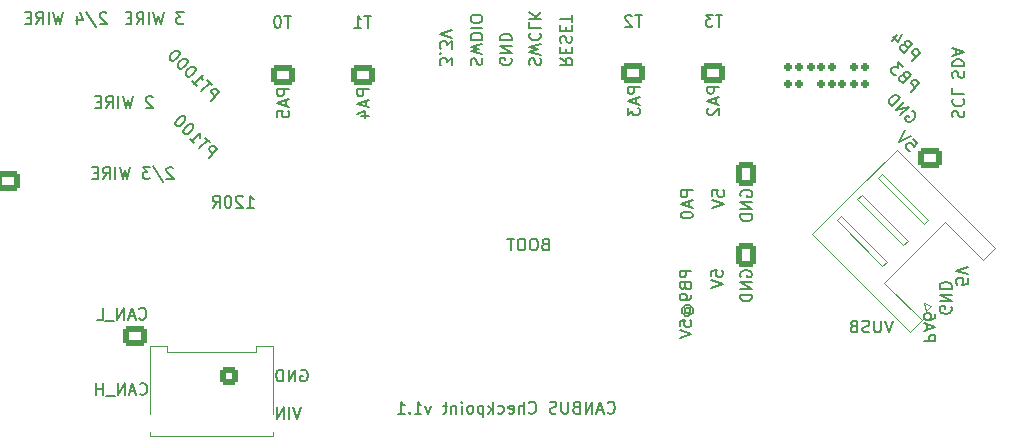
<source format=gbr>
%TF.GenerationSoftware,KiCad,Pcbnew,8.0.2-1*%
%TF.CreationDate,2024-05-31T20:33:29-04:00*%
%TF.ProjectId,checkpoint,63686563-6b70-46f6-996e-742e6b696361,v1.1*%
%TF.SameCoordinates,Original*%
%TF.FileFunction,Legend,Bot*%
%TF.FilePolarity,Positive*%
%FSLAX46Y46*%
G04 Gerber Fmt 4.6, Leading zero omitted, Abs format (unit mm)*
G04 Created by KiCad (PCBNEW 8.0.2-1) date 2024-05-31 20:33:29*
%MOMM*%
%LPD*%
G01*
G04 APERTURE LIST*
G04 Aperture macros list*
%AMRoundRect*
0 Rectangle with rounded corners*
0 $1 Rounding radius*
0 $2 $3 $4 $5 $6 $7 $8 $9 X,Y pos of 4 corners*
0 Add a 4 corners polygon primitive as box body*
4,1,4,$2,$3,$4,$5,$6,$7,$8,$9,$2,$3,0*
0 Add four circle primitives for the rounded corners*
1,1,$1+$1,$2,$3*
1,1,$1+$1,$4,$5*
1,1,$1+$1,$6,$7*
1,1,$1+$1,$8,$9*
0 Add four rect primitives between the rounded corners*
20,1,$1+$1,$2,$3,$4,$5,0*
20,1,$1+$1,$4,$5,$6,$7,0*
20,1,$1+$1,$6,$7,$8,$9,0*
20,1,$1+$1,$8,$9,$2,$3,0*%
%AMHorizOval*
0 Thick line with rounded ends*
0 $1 width*
0 $2 $3 position (X,Y) of the first rounded end (center of the circle)*
0 $4 $5 position (X,Y) of the second rounded end (center of the circle)*
0 Add line between two ends*
20,1,$1,$2,$3,$4,$5,0*
0 Add two circle primitives to create the rounded ends*
1,1,$1,$2,$3*
1,1,$1,$4,$5*%
G04 Aperture macros list end*
%ADD10C,0.200000*%
%ADD11C,0.120000*%
%ADD12RoundRect,0.250000X0.750000X-0.600000X0.750000X0.600000X-0.750000X0.600000X-0.750000X-0.600000X0*%
%ADD13O,2.000000X1.700000*%
%ADD14R,1.700000X1.700000*%
%ADD15O,1.700000X1.700000*%
%ADD16RoundRect,0.250000X-0.750000X0.600000X-0.750000X-0.600000X0.750000X-0.600000X0.750000X0.600000X0*%
%ADD17R,2.600000X2.600000*%
%ADD18C,2.600000*%
%ADD19RoundRect,0.250000X0.600000X0.725000X-0.600000X0.725000X-0.600000X-0.725000X0.600000X-0.725000X0*%
%ADD20O,1.700000X1.950000*%
%ADD21RoundRect,0.250000X0.725000X-0.600000X0.725000X0.600000X-0.725000X0.600000X-0.725000X-0.600000X0*%
%ADD22O,1.950000X1.700000*%
%ADD23RoundRect,0.150000X-0.150000X-0.150000X0.150000X-0.150000X0.150000X0.150000X-0.150000X0.150000X0*%
%ADD24O,1.800000X0.900000*%
%ADD25C,1.020000*%
%ADD26RoundRect,0.250001X0.499999X0.499999X-0.499999X0.499999X-0.499999X-0.499999X0.499999X-0.499999X0*%
%ADD27C,1.500000*%
%ADD28RoundRect,0.250000X0.088388X-0.936916X0.936916X-0.088388X-0.088388X0.936916X-0.936916X0.088388X0*%
%ADD29HorizOval,1.700000X-0.088388X0.088388X0.088388X-0.088388X0*%
G04 APERTURE END LIST*
D10*
X14948898Y-34101980D02*
X14996517Y-34149600D01*
X14996517Y-34149600D02*
X15139374Y-34197219D01*
X15139374Y-34197219D02*
X15234612Y-34197219D01*
X15234612Y-34197219D02*
X15377469Y-34149600D01*
X15377469Y-34149600D02*
X15472707Y-34054361D01*
X15472707Y-34054361D02*
X15520326Y-33959123D01*
X15520326Y-33959123D02*
X15567945Y-33768647D01*
X15567945Y-33768647D02*
X15567945Y-33625790D01*
X15567945Y-33625790D02*
X15520326Y-33435314D01*
X15520326Y-33435314D02*
X15472707Y-33340076D01*
X15472707Y-33340076D02*
X15377469Y-33244838D01*
X15377469Y-33244838D02*
X15234612Y-33197219D01*
X15234612Y-33197219D02*
X15139374Y-33197219D01*
X15139374Y-33197219D02*
X14996517Y-33244838D01*
X14996517Y-33244838D02*
X14948898Y-33292457D01*
X14567945Y-33911504D02*
X14091755Y-33911504D01*
X14663183Y-34197219D02*
X14329850Y-33197219D01*
X14329850Y-33197219D02*
X13996517Y-34197219D01*
X13663183Y-34197219D02*
X13663183Y-33197219D01*
X13663183Y-33197219D02*
X13091755Y-34197219D01*
X13091755Y-34197219D02*
X13091755Y-33197219D01*
X12853660Y-34292457D02*
X12091755Y-34292457D01*
X11853659Y-34197219D02*
X11853659Y-33197219D01*
X11853659Y-33673409D02*
X11282231Y-33673409D01*
X11282231Y-34197219D02*
X11282231Y-33197219D01*
X64007219Y-8129673D02*
X63007219Y-8129673D01*
X63007219Y-8129673D02*
X63007219Y-8510625D01*
X63007219Y-8510625D02*
X63054838Y-8605863D01*
X63054838Y-8605863D02*
X63102457Y-8653482D01*
X63102457Y-8653482D02*
X63197695Y-8701101D01*
X63197695Y-8701101D02*
X63340552Y-8701101D01*
X63340552Y-8701101D02*
X63435790Y-8653482D01*
X63435790Y-8653482D02*
X63483409Y-8605863D01*
X63483409Y-8605863D02*
X63531028Y-8510625D01*
X63531028Y-8510625D02*
X63531028Y-8129673D01*
X63721504Y-9082054D02*
X63721504Y-9558244D01*
X64007219Y-8986816D02*
X63007219Y-9320149D01*
X63007219Y-9320149D02*
X64007219Y-9653482D01*
X63102457Y-9939197D02*
X63054838Y-9986816D01*
X63054838Y-9986816D02*
X63007219Y-10082054D01*
X63007219Y-10082054D02*
X63007219Y-10320149D01*
X63007219Y-10320149D02*
X63054838Y-10415387D01*
X63054838Y-10415387D02*
X63102457Y-10463006D01*
X63102457Y-10463006D02*
X63197695Y-10510625D01*
X63197695Y-10510625D02*
X63292933Y-10510625D01*
X63292933Y-10510625D02*
X63435790Y-10463006D01*
X63435790Y-10463006D02*
X64007219Y-9891578D01*
X64007219Y-9891578D02*
X64007219Y-10510625D01*
X81312780Y-29660326D02*
X82312780Y-29660326D01*
X82312780Y-29660326D02*
X82312780Y-29279374D01*
X82312780Y-29279374D02*
X82265161Y-29184136D01*
X82265161Y-29184136D02*
X82217542Y-29136517D01*
X82217542Y-29136517D02*
X82122304Y-29088898D01*
X82122304Y-29088898D02*
X81979447Y-29088898D01*
X81979447Y-29088898D02*
X81884209Y-29136517D01*
X81884209Y-29136517D02*
X81836590Y-29184136D01*
X81836590Y-29184136D02*
X81788971Y-29279374D01*
X81788971Y-29279374D02*
X81788971Y-29660326D01*
X81598495Y-28707945D02*
X81598495Y-28231755D01*
X81312780Y-28803183D02*
X82312780Y-28469850D01*
X82312780Y-28469850D02*
X81312780Y-28136517D01*
X82312780Y-27374612D02*
X82312780Y-27565088D01*
X82312780Y-27565088D02*
X82265161Y-27660326D01*
X82265161Y-27660326D02*
X82217542Y-27707945D01*
X82217542Y-27707945D02*
X82074685Y-27803183D01*
X82074685Y-27803183D02*
X81884209Y-27850802D01*
X81884209Y-27850802D02*
X81503257Y-27850802D01*
X81503257Y-27850802D02*
X81408019Y-27803183D01*
X81408019Y-27803183D02*
X81360400Y-27755564D01*
X81360400Y-27755564D02*
X81312780Y-27660326D01*
X81312780Y-27660326D02*
X81312780Y-27469850D01*
X81312780Y-27469850D02*
X81360400Y-27374612D01*
X81360400Y-27374612D02*
X81408019Y-27326993D01*
X81408019Y-27326993D02*
X81503257Y-27279374D01*
X81503257Y-27279374D02*
X81741352Y-27279374D01*
X81741352Y-27279374D02*
X81836590Y-27326993D01*
X81836590Y-27326993D02*
X81884209Y-27374612D01*
X81884209Y-27374612D02*
X81931828Y-27469850D01*
X81931828Y-27469850D02*
X81931828Y-27660326D01*
X81931828Y-27660326D02*
X81884209Y-27755564D01*
X81884209Y-27755564D02*
X81836590Y-27803183D01*
X81836590Y-27803183D02*
X81741352Y-27850802D01*
X17777945Y-15002457D02*
X17730326Y-14954838D01*
X17730326Y-14954838D02*
X17635088Y-14907219D01*
X17635088Y-14907219D02*
X17396993Y-14907219D01*
X17396993Y-14907219D02*
X17301755Y-14954838D01*
X17301755Y-14954838D02*
X17254136Y-15002457D01*
X17254136Y-15002457D02*
X17206517Y-15097695D01*
X17206517Y-15097695D02*
X17206517Y-15192933D01*
X17206517Y-15192933D02*
X17254136Y-15335790D01*
X17254136Y-15335790D02*
X17825564Y-15907219D01*
X17825564Y-15907219D02*
X17206517Y-15907219D01*
X16063660Y-14859600D02*
X16920802Y-16145314D01*
X15825564Y-14907219D02*
X15206517Y-14907219D01*
X15206517Y-14907219D02*
X15539850Y-15288171D01*
X15539850Y-15288171D02*
X15396993Y-15288171D01*
X15396993Y-15288171D02*
X15301755Y-15335790D01*
X15301755Y-15335790D02*
X15254136Y-15383409D01*
X15254136Y-15383409D02*
X15206517Y-15478647D01*
X15206517Y-15478647D02*
X15206517Y-15716742D01*
X15206517Y-15716742D02*
X15254136Y-15811980D01*
X15254136Y-15811980D02*
X15301755Y-15859600D01*
X15301755Y-15859600D02*
X15396993Y-15907219D01*
X15396993Y-15907219D02*
X15682707Y-15907219D01*
X15682707Y-15907219D02*
X15777945Y-15859600D01*
X15777945Y-15859600D02*
X15825564Y-15811980D01*
X14111278Y-14907219D02*
X13873183Y-15907219D01*
X13873183Y-15907219D02*
X13682707Y-15192933D01*
X13682707Y-15192933D02*
X13492231Y-15907219D01*
X13492231Y-15907219D02*
X13254136Y-14907219D01*
X12873183Y-15907219D02*
X12873183Y-14907219D01*
X11825565Y-15907219D02*
X12158898Y-15431028D01*
X12396993Y-15907219D02*
X12396993Y-14907219D01*
X12396993Y-14907219D02*
X12016041Y-14907219D01*
X12016041Y-14907219D02*
X11920803Y-14954838D01*
X11920803Y-14954838D02*
X11873184Y-15002457D01*
X11873184Y-15002457D02*
X11825565Y-15097695D01*
X11825565Y-15097695D02*
X11825565Y-15240552D01*
X11825565Y-15240552D02*
X11873184Y-15335790D01*
X11873184Y-15335790D02*
X11920803Y-15383409D01*
X11920803Y-15383409D02*
X12016041Y-15431028D01*
X12016041Y-15431028D02*
X12396993Y-15431028D01*
X11396993Y-15383409D02*
X11063660Y-15383409D01*
X10920803Y-15907219D02*
X11396993Y-15907219D01*
X11396993Y-15907219D02*
X11396993Y-14907219D01*
X11396993Y-14907219D02*
X10920803Y-14907219D01*
X27753183Y-2107219D02*
X27181755Y-2107219D01*
X27467469Y-3107219D02*
X27467469Y-2107219D01*
X26657945Y-2107219D02*
X26562707Y-2107219D01*
X26562707Y-2107219D02*
X26467469Y-2154838D01*
X26467469Y-2154838D02*
X26419850Y-2202457D01*
X26419850Y-2202457D02*
X26372231Y-2297695D01*
X26372231Y-2297695D02*
X26324612Y-2488171D01*
X26324612Y-2488171D02*
X26324612Y-2726266D01*
X26324612Y-2726266D02*
X26372231Y-2916742D01*
X26372231Y-2916742D02*
X26419850Y-3011980D01*
X26419850Y-3011980D02*
X26467469Y-3059600D01*
X26467469Y-3059600D02*
X26562707Y-3107219D01*
X26562707Y-3107219D02*
X26657945Y-3107219D01*
X26657945Y-3107219D02*
X26753183Y-3059600D01*
X26753183Y-3059600D02*
X26800802Y-3011980D01*
X26800802Y-3011980D02*
X26848421Y-2916742D01*
X26848421Y-2916742D02*
X26896040Y-2726266D01*
X26896040Y-2726266D02*
X26896040Y-2488171D01*
X26896040Y-2488171D02*
X26848421Y-2297695D01*
X26848421Y-2297695D02*
X26800802Y-2202457D01*
X26800802Y-2202457D02*
X26753183Y-2154838D01*
X26753183Y-2154838D02*
X26657945Y-2107219D01*
X61657219Y-23669673D02*
X60657219Y-23669673D01*
X60657219Y-23669673D02*
X60657219Y-24050625D01*
X60657219Y-24050625D02*
X60704838Y-24145863D01*
X60704838Y-24145863D02*
X60752457Y-24193482D01*
X60752457Y-24193482D02*
X60847695Y-24241101D01*
X60847695Y-24241101D02*
X60990552Y-24241101D01*
X60990552Y-24241101D02*
X61085790Y-24193482D01*
X61085790Y-24193482D02*
X61133409Y-24145863D01*
X61133409Y-24145863D02*
X61181028Y-24050625D01*
X61181028Y-24050625D02*
X61181028Y-23669673D01*
X61133409Y-25003006D02*
X61181028Y-25145863D01*
X61181028Y-25145863D02*
X61228647Y-25193482D01*
X61228647Y-25193482D02*
X61323885Y-25241101D01*
X61323885Y-25241101D02*
X61466742Y-25241101D01*
X61466742Y-25241101D02*
X61561980Y-25193482D01*
X61561980Y-25193482D02*
X61609600Y-25145863D01*
X61609600Y-25145863D02*
X61657219Y-25050625D01*
X61657219Y-25050625D02*
X61657219Y-24669673D01*
X61657219Y-24669673D02*
X60657219Y-24669673D01*
X60657219Y-24669673D02*
X60657219Y-25003006D01*
X60657219Y-25003006D02*
X60704838Y-25098244D01*
X60704838Y-25098244D02*
X60752457Y-25145863D01*
X60752457Y-25145863D02*
X60847695Y-25193482D01*
X60847695Y-25193482D02*
X60942933Y-25193482D01*
X60942933Y-25193482D02*
X61038171Y-25145863D01*
X61038171Y-25145863D02*
X61085790Y-25098244D01*
X61085790Y-25098244D02*
X61133409Y-25003006D01*
X61133409Y-25003006D02*
X61133409Y-24669673D01*
X61657219Y-25717292D02*
X61657219Y-25907768D01*
X61657219Y-25907768D02*
X61609600Y-26003006D01*
X61609600Y-26003006D02*
X61561980Y-26050625D01*
X61561980Y-26050625D02*
X61419123Y-26145863D01*
X61419123Y-26145863D02*
X61228647Y-26193482D01*
X61228647Y-26193482D02*
X60847695Y-26193482D01*
X60847695Y-26193482D02*
X60752457Y-26145863D01*
X60752457Y-26145863D02*
X60704838Y-26098244D01*
X60704838Y-26098244D02*
X60657219Y-26003006D01*
X60657219Y-26003006D02*
X60657219Y-25812530D01*
X60657219Y-25812530D02*
X60704838Y-25717292D01*
X60704838Y-25717292D02*
X60752457Y-25669673D01*
X60752457Y-25669673D02*
X60847695Y-25622054D01*
X60847695Y-25622054D02*
X61085790Y-25622054D01*
X61085790Y-25622054D02*
X61181028Y-25669673D01*
X61181028Y-25669673D02*
X61228647Y-25717292D01*
X61228647Y-25717292D02*
X61276266Y-25812530D01*
X61276266Y-25812530D02*
X61276266Y-26003006D01*
X61276266Y-26003006D02*
X61228647Y-26098244D01*
X61228647Y-26098244D02*
X61181028Y-26145863D01*
X61181028Y-26145863D02*
X61085790Y-26193482D01*
X61181028Y-27241101D02*
X61133409Y-27193482D01*
X61133409Y-27193482D02*
X61085790Y-27098244D01*
X61085790Y-27098244D02*
X61085790Y-27003006D01*
X61085790Y-27003006D02*
X61133409Y-26907768D01*
X61133409Y-26907768D02*
X61181028Y-26860149D01*
X61181028Y-26860149D02*
X61276266Y-26812530D01*
X61276266Y-26812530D02*
X61371504Y-26812530D01*
X61371504Y-26812530D02*
X61466742Y-26860149D01*
X61466742Y-26860149D02*
X61514361Y-26907768D01*
X61514361Y-26907768D02*
X61561980Y-27003006D01*
X61561980Y-27003006D02*
X61561980Y-27098244D01*
X61561980Y-27098244D02*
X61514361Y-27193482D01*
X61514361Y-27193482D02*
X61466742Y-27241101D01*
X61085790Y-27241101D02*
X61466742Y-27241101D01*
X61466742Y-27241101D02*
X61514361Y-27288720D01*
X61514361Y-27288720D02*
X61514361Y-27336339D01*
X61514361Y-27336339D02*
X61466742Y-27431578D01*
X61466742Y-27431578D02*
X61371504Y-27479197D01*
X61371504Y-27479197D02*
X61133409Y-27479197D01*
X61133409Y-27479197D02*
X60990552Y-27383959D01*
X60990552Y-27383959D02*
X60895314Y-27241101D01*
X60895314Y-27241101D02*
X60847695Y-27050625D01*
X60847695Y-27050625D02*
X60895314Y-26860149D01*
X60895314Y-26860149D02*
X60990552Y-26717292D01*
X60990552Y-26717292D02*
X61133409Y-26622054D01*
X61133409Y-26622054D02*
X61323885Y-26574435D01*
X61323885Y-26574435D02*
X61514361Y-26622054D01*
X61514361Y-26622054D02*
X61657219Y-26717292D01*
X61657219Y-26717292D02*
X61752457Y-26860149D01*
X61752457Y-26860149D02*
X61800076Y-27050625D01*
X61800076Y-27050625D02*
X61752457Y-27241101D01*
X61752457Y-27241101D02*
X61657219Y-27383959D01*
X60657219Y-28383958D02*
X60657219Y-27907768D01*
X60657219Y-27907768D02*
X61133409Y-27860149D01*
X61133409Y-27860149D02*
X61085790Y-27907768D01*
X61085790Y-27907768D02*
X61038171Y-28003006D01*
X61038171Y-28003006D02*
X61038171Y-28241101D01*
X61038171Y-28241101D02*
X61085790Y-28336339D01*
X61085790Y-28336339D02*
X61133409Y-28383958D01*
X61133409Y-28383958D02*
X61228647Y-28431577D01*
X61228647Y-28431577D02*
X61466742Y-28431577D01*
X61466742Y-28431577D02*
X61561980Y-28383958D01*
X61561980Y-28383958D02*
X61609600Y-28336339D01*
X61609600Y-28336339D02*
X61657219Y-28241101D01*
X61657219Y-28241101D02*
X61657219Y-28003006D01*
X61657219Y-28003006D02*
X61609600Y-27907768D01*
X61609600Y-27907768D02*
X61561980Y-27860149D01*
X60657219Y-28717292D02*
X61657219Y-29050625D01*
X61657219Y-29050625D02*
X60657219Y-29383958D01*
X28596517Y-32104838D02*
X28691755Y-32057219D01*
X28691755Y-32057219D02*
X28834612Y-32057219D01*
X28834612Y-32057219D02*
X28977469Y-32104838D01*
X28977469Y-32104838D02*
X29072707Y-32200076D01*
X29072707Y-32200076D02*
X29120326Y-32295314D01*
X29120326Y-32295314D02*
X29167945Y-32485790D01*
X29167945Y-32485790D02*
X29167945Y-32628647D01*
X29167945Y-32628647D02*
X29120326Y-32819123D01*
X29120326Y-32819123D02*
X29072707Y-32914361D01*
X29072707Y-32914361D02*
X28977469Y-33009600D01*
X28977469Y-33009600D02*
X28834612Y-33057219D01*
X28834612Y-33057219D02*
X28739374Y-33057219D01*
X28739374Y-33057219D02*
X28596517Y-33009600D01*
X28596517Y-33009600D02*
X28548898Y-32961980D01*
X28548898Y-32961980D02*
X28548898Y-32628647D01*
X28548898Y-32628647D02*
X28739374Y-32628647D01*
X28120326Y-33057219D02*
X28120326Y-32057219D01*
X28120326Y-32057219D02*
X27548898Y-33057219D01*
X27548898Y-33057219D02*
X27548898Y-32057219D01*
X27072707Y-33057219D02*
X27072707Y-32057219D01*
X27072707Y-32057219D02*
X26834612Y-32057219D01*
X26834612Y-32057219D02*
X26691755Y-32104838D01*
X26691755Y-32104838D02*
X26596517Y-32200076D01*
X26596517Y-32200076D02*
X26548898Y-32295314D01*
X26548898Y-32295314D02*
X26501279Y-32485790D01*
X26501279Y-32485790D02*
X26501279Y-32628647D01*
X26501279Y-32628647D02*
X26548898Y-32819123D01*
X26548898Y-32819123D02*
X26596517Y-32914361D01*
X26596517Y-32914361D02*
X26691755Y-33009600D01*
X26691755Y-33009600D02*
X26834612Y-33057219D01*
X26834612Y-33057219D02*
X27072707Y-33057219D01*
X63437219Y-17365863D02*
X63437219Y-16889673D01*
X63437219Y-16889673D02*
X63913409Y-16842054D01*
X63913409Y-16842054D02*
X63865790Y-16889673D01*
X63865790Y-16889673D02*
X63818171Y-16984911D01*
X63818171Y-16984911D02*
X63818171Y-17223006D01*
X63818171Y-17223006D02*
X63865790Y-17318244D01*
X63865790Y-17318244D02*
X63913409Y-17365863D01*
X63913409Y-17365863D02*
X64008647Y-17413482D01*
X64008647Y-17413482D02*
X64246742Y-17413482D01*
X64246742Y-17413482D02*
X64341980Y-17365863D01*
X64341980Y-17365863D02*
X64389600Y-17318244D01*
X64389600Y-17318244D02*
X64437219Y-17223006D01*
X64437219Y-17223006D02*
X64437219Y-16984911D01*
X64437219Y-16984911D02*
X64389600Y-16889673D01*
X64389600Y-16889673D02*
X64341980Y-16842054D01*
X63437219Y-17699197D02*
X64437219Y-18032530D01*
X64437219Y-18032530D02*
X63437219Y-18365863D01*
X61767219Y-16879673D02*
X60767219Y-16879673D01*
X60767219Y-16879673D02*
X60767219Y-17260625D01*
X60767219Y-17260625D02*
X60814838Y-17355863D01*
X60814838Y-17355863D02*
X60862457Y-17403482D01*
X60862457Y-17403482D02*
X60957695Y-17451101D01*
X60957695Y-17451101D02*
X61100552Y-17451101D01*
X61100552Y-17451101D02*
X61195790Y-17403482D01*
X61195790Y-17403482D02*
X61243409Y-17355863D01*
X61243409Y-17355863D02*
X61291028Y-17260625D01*
X61291028Y-17260625D02*
X61291028Y-16879673D01*
X61481504Y-17832054D02*
X61481504Y-18308244D01*
X61767219Y-17736816D02*
X60767219Y-18070149D01*
X60767219Y-18070149D02*
X61767219Y-18403482D01*
X60767219Y-18927292D02*
X60767219Y-19022530D01*
X60767219Y-19022530D02*
X60814838Y-19117768D01*
X60814838Y-19117768D02*
X60862457Y-19165387D01*
X60862457Y-19165387D02*
X60957695Y-19213006D01*
X60957695Y-19213006D02*
X61148171Y-19260625D01*
X61148171Y-19260625D02*
X61386266Y-19260625D01*
X61386266Y-19260625D02*
X61576742Y-19213006D01*
X61576742Y-19213006D02*
X61671980Y-19165387D01*
X61671980Y-19165387D02*
X61719600Y-19117768D01*
X61719600Y-19117768D02*
X61767219Y-19022530D01*
X61767219Y-19022530D02*
X61767219Y-18927292D01*
X61767219Y-18927292D02*
X61719600Y-18832054D01*
X61719600Y-18832054D02*
X61671980Y-18784435D01*
X61671980Y-18784435D02*
X61576742Y-18736816D01*
X61576742Y-18736816D02*
X61386266Y-18689197D01*
X61386266Y-18689197D02*
X61148171Y-18689197D01*
X61148171Y-18689197D02*
X60957695Y-18736816D01*
X60957695Y-18736816D02*
X60862457Y-18784435D01*
X60862457Y-18784435D02*
X60814838Y-18832054D01*
X60814838Y-18832054D02*
X60767219Y-18927292D01*
X43000400Y-6257945D02*
X42952780Y-6115088D01*
X42952780Y-6115088D02*
X42952780Y-5876993D01*
X42952780Y-5876993D02*
X43000400Y-5781755D01*
X43000400Y-5781755D02*
X43048019Y-5734136D01*
X43048019Y-5734136D02*
X43143257Y-5686517D01*
X43143257Y-5686517D02*
X43238495Y-5686517D01*
X43238495Y-5686517D02*
X43333733Y-5734136D01*
X43333733Y-5734136D02*
X43381352Y-5781755D01*
X43381352Y-5781755D02*
X43428971Y-5876993D01*
X43428971Y-5876993D02*
X43476590Y-6067469D01*
X43476590Y-6067469D02*
X43524209Y-6162707D01*
X43524209Y-6162707D02*
X43571828Y-6210326D01*
X43571828Y-6210326D02*
X43667066Y-6257945D01*
X43667066Y-6257945D02*
X43762304Y-6257945D01*
X43762304Y-6257945D02*
X43857542Y-6210326D01*
X43857542Y-6210326D02*
X43905161Y-6162707D01*
X43905161Y-6162707D02*
X43952780Y-6067469D01*
X43952780Y-6067469D02*
X43952780Y-5829374D01*
X43952780Y-5829374D02*
X43905161Y-5686517D01*
X43952780Y-5353183D02*
X42952780Y-5115088D01*
X42952780Y-5115088D02*
X43667066Y-4924612D01*
X43667066Y-4924612D02*
X42952780Y-4734136D01*
X42952780Y-4734136D02*
X43952780Y-4496041D01*
X42952780Y-4115088D02*
X43952780Y-4115088D01*
X43952780Y-4115088D02*
X43952780Y-3876993D01*
X43952780Y-3876993D02*
X43905161Y-3734136D01*
X43905161Y-3734136D02*
X43809923Y-3638898D01*
X43809923Y-3638898D02*
X43714685Y-3591279D01*
X43714685Y-3591279D02*
X43524209Y-3543660D01*
X43524209Y-3543660D02*
X43381352Y-3543660D01*
X43381352Y-3543660D02*
X43190876Y-3591279D01*
X43190876Y-3591279D02*
X43095638Y-3638898D01*
X43095638Y-3638898D02*
X43000400Y-3734136D01*
X43000400Y-3734136D02*
X42952780Y-3876993D01*
X42952780Y-3876993D02*
X42952780Y-4115088D01*
X42952780Y-3115088D02*
X43952780Y-3115088D01*
X43952780Y-2448422D02*
X43952780Y-2257946D01*
X43952780Y-2257946D02*
X43905161Y-2162708D01*
X43905161Y-2162708D02*
X43809923Y-2067470D01*
X43809923Y-2067470D02*
X43619447Y-2019851D01*
X43619447Y-2019851D02*
X43286114Y-2019851D01*
X43286114Y-2019851D02*
X43095638Y-2067470D01*
X43095638Y-2067470D02*
X43000400Y-2162708D01*
X43000400Y-2162708D02*
X42952780Y-2257946D01*
X42952780Y-2257946D02*
X42952780Y-2448422D01*
X42952780Y-2448422D02*
X43000400Y-2543660D01*
X43000400Y-2543660D02*
X43095638Y-2638898D01*
X43095638Y-2638898D02*
X43286114Y-2686517D01*
X43286114Y-2686517D02*
X43619447Y-2686517D01*
X43619447Y-2686517D02*
X43809923Y-2638898D01*
X43809923Y-2638898D02*
X43905161Y-2543660D01*
X43905161Y-2543660D02*
X43952780Y-2448422D01*
X83635161Y-26756517D02*
X83682780Y-26851755D01*
X83682780Y-26851755D02*
X83682780Y-26994612D01*
X83682780Y-26994612D02*
X83635161Y-27137469D01*
X83635161Y-27137469D02*
X83539923Y-27232707D01*
X83539923Y-27232707D02*
X83444685Y-27280326D01*
X83444685Y-27280326D02*
X83254209Y-27327945D01*
X83254209Y-27327945D02*
X83111352Y-27327945D01*
X83111352Y-27327945D02*
X82920876Y-27280326D01*
X82920876Y-27280326D02*
X82825638Y-27232707D01*
X82825638Y-27232707D02*
X82730400Y-27137469D01*
X82730400Y-27137469D02*
X82682780Y-26994612D01*
X82682780Y-26994612D02*
X82682780Y-26899374D01*
X82682780Y-26899374D02*
X82730400Y-26756517D01*
X82730400Y-26756517D02*
X82778019Y-26708898D01*
X82778019Y-26708898D02*
X83111352Y-26708898D01*
X83111352Y-26708898D02*
X83111352Y-26899374D01*
X82682780Y-26280326D02*
X83682780Y-26280326D01*
X83682780Y-26280326D02*
X82682780Y-25708898D01*
X82682780Y-25708898D02*
X83682780Y-25708898D01*
X82682780Y-25232707D02*
X83682780Y-25232707D01*
X83682780Y-25232707D02*
X83682780Y-24994612D01*
X83682780Y-24994612D02*
X83635161Y-24851755D01*
X83635161Y-24851755D02*
X83539923Y-24756517D01*
X83539923Y-24756517D02*
X83444685Y-24708898D01*
X83444685Y-24708898D02*
X83254209Y-24661279D01*
X83254209Y-24661279D02*
X83111352Y-24661279D01*
X83111352Y-24661279D02*
X82920876Y-24708898D01*
X82920876Y-24708898D02*
X82825638Y-24756517D01*
X82825638Y-24756517D02*
X82730400Y-24851755D01*
X82730400Y-24851755D02*
X82682780Y-24994612D01*
X82682780Y-24994612D02*
X82682780Y-25232707D01*
X83790400Y-10697945D02*
X83742780Y-10555088D01*
X83742780Y-10555088D02*
X83742780Y-10316993D01*
X83742780Y-10316993D02*
X83790400Y-10221755D01*
X83790400Y-10221755D02*
X83838019Y-10174136D01*
X83838019Y-10174136D02*
X83933257Y-10126517D01*
X83933257Y-10126517D02*
X84028495Y-10126517D01*
X84028495Y-10126517D02*
X84123733Y-10174136D01*
X84123733Y-10174136D02*
X84171352Y-10221755D01*
X84171352Y-10221755D02*
X84218971Y-10316993D01*
X84218971Y-10316993D02*
X84266590Y-10507469D01*
X84266590Y-10507469D02*
X84314209Y-10602707D01*
X84314209Y-10602707D02*
X84361828Y-10650326D01*
X84361828Y-10650326D02*
X84457066Y-10697945D01*
X84457066Y-10697945D02*
X84552304Y-10697945D01*
X84552304Y-10697945D02*
X84647542Y-10650326D01*
X84647542Y-10650326D02*
X84695161Y-10602707D01*
X84695161Y-10602707D02*
X84742780Y-10507469D01*
X84742780Y-10507469D02*
X84742780Y-10269374D01*
X84742780Y-10269374D02*
X84695161Y-10126517D01*
X83838019Y-9126517D02*
X83790400Y-9174136D01*
X83790400Y-9174136D02*
X83742780Y-9316993D01*
X83742780Y-9316993D02*
X83742780Y-9412231D01*
X83742780Y-9412231D02*
X83790400Y-9555088D01*
X83790400Y-9555088D02*
X83885638Y-9650326D01*
X83885638Y-9650326D02*
X83980876Y-9697945D01*
X83980876Y-9697945D02*
X84171352Y-9745564D01*
X84171352Y-9745564D02*
X84314209Y-9745564D01*
X84314209Y-9745564D02*
X84504685Y-9697945D01*
X84504685Y-9697945D02*
X84599923Y-9650326D01*
X84599923Y-9650326D02*
X84695161Y-9555088D01*
X84695161Y-9555088D02*
X84742780Y-9412231D01*
X84742780Y-9412231D02*
X84742780Y-9316993D01*
X84742780Y-9316993D02*
X84695161Y-9174136D01*
X84695161Y-9174136D02*
X84647542Y-9126517D01*
X83742780Y-8221755D02*
X83742780Y-8697945D01*
X83742780Y-8697945D02*
X84742780Y-8697945D01*
X80355537Y-10160886D02*
X80456552Y-10194558D01*
X80456552Y-10194558D02*
X80557568Y-10295573D01*
X80557568Y-10295573D02*
X80624911Y-10430260D01*
X80624911Y-10430260D02*
X80624911Y-10564947D01*
X80624911Y-10564947D02*
X80591239Y-10665963D01*
X80591239Y-10665963D02*
X80490224Y-10834321D01*
X80490224Y-10834321D02*
X80389209Y-10935337D01*
X80389209Y-10935337D02*
X80220850Y-11036352D01*
X80220850Y-11036352D02*
X80119835Y-11070024D01*
X80119835Y-11070024D02*
X79985148Y-11070024D01*
X79985148Y-11070024D02*
X79850461Y-11002680D01*
X79850461Y-11002680D02*
X79783117Y-10935337D01*
X79783117Y-10935337D02*
X79715774Y-10800650D01*
X79715774Y-10800650D02*
X79715774Y-10733306D01*
X79715774Y-10733306D02*
X79951476Y-10497604D01*
X79951476Y-10497604D02*
X80086163Y-10632291D01*
X79345385Y-10497604D02*
X80052491Y-9790497D01*
X80052491Y-9790497D02*
X78941324Y-10093543D01*
X78941324Y-10093543D02*
X79648430Y-9386436D01*
X78604606Y-9756825D02*
X79311713Y-9049719D01*
X79311713Y-9049719D02*
X79143354Y-8881360D01*
X79143354Y-8881360D02*
X79008667Y-8814016D01*
X79008667Y-8814016D02*
X78873980Y-8814016D01*
X78873980Y-8814016D02*
X78772965Y-8847688D01*
X78772965Y-8847688D02*
X78604606Y-8948703D01*
X78604606Y-8948703D02*
X78503591Y-9049719D01*
X78503591Y-9049719D02*
X78402576Y-9218077D01*
X78402576Y-9218077D02*
X78368904Y-9319093D01*
X78368904Y-9319093D02*
X78368904Y-9453780D01*
X78368904Y-9453780D02*
X78436247Y-9588467D01*
X78436247Y-9588467D02*
X78604606Y-9756825D01*
X85052780Y-24334136D02*
X85052780Y-24810326D01*
X85052780Y-24810326D02*
X84576590Y-24857945D01*
X84576590Y-24857945D02*
X84624209Y-24810326D01*
X84624209Y-24810326D02*
X84671828Y-24715088D01*
X84671828Y-24715088D02*
X84671828Y-24476993D01*
X84671828Y-24476993D02*
X84624209Y-24381755D01*
X84624209Y-24381755D02*
X84576590Y-24334136D01*
X84576590Y-24334136D02*
X84481352Y-24286517D01*
X84481352Y-24286517D02*
X84243257Y-24286517D01*
X84243257Y-24286517D02*
X84148019Y-24334136D01*
X84148019Y-24334136D02*
X84100400Y-24381755D01*
X84100400Y-24381755D02*
X84052780Y-24476993D01*
X84052780Y-24476993D02*
X84052780Y-24715088D01*
X84052780Y-24715088D02*
X84100400Y-24810326D01*
X84100400Y-24810326D02*
X84148019Y-24857945D01*
X85052780Y-24000802D02*
X84052780Y-23667469D01*
X84052780Y-23667469D02*
X85052780Y-23334136D01*
X34533183Y-2097219D02*
X33961755Y-2097219D01*
X34247469Y-3097219D02*
X34247469Y-2097219D01*
X33104612Y-3097219D02*
X33676040Y-3097219D01*
X33390326Y-3097219D02*
X33390326Y-2097219D01*
X33390326Y-2097219D02*
X33485564Y-2240076D01*
X33485564Y-2240076D02*
X33580802Y-2335314D01*
X33580802Y-2335314D02*
X33676040Y-2382933D01*
X24036517Y-18347219D02*
X24607945Y-18347219D01*
X24322231Y-18347219D02*
X24322231Y-17347219D01*
X24322231Y-17347219D02*
X24417469Y-17490076D01*
X24417469Y-17490076D02*
X24512707Y-17585314D01*
X24512707Y-17585314D02*
X24607945Y-17632933D01*
X23655564Y-17442457D02*
X23607945Y-17394838D01*
X23607945Y-17394838D02*
X23512707Y-17347219D01*
X23512707Y-17347219D02*
X23274612Y-17347219D01*
X23274612Y-17347219D02*
X23179374Y-17394838D01*
X23179374Y-17394838D02*
X23131755Y-17442457D01*
X23131755Y-17442457D02*
X23084136Y-17537695D01*
X23084136Y-17537695D02*
X23084136Y-17632933D01*
X23084136Y-17632933D02*
X23131755Y-17775790D01*
X23131755Y-17775790D02*
X23703183Y-18347219D01*
X23703183Y-18347219D02*
X23084136Y-18347219D01*
X22465088Y-17347219D02*
X22369850Y-17347219D01*
X22369850Y-17347219D02*
X22274612Y-17394838D01*
X22274612Y-17394838D02*
X22226993Y-17442457D01*
X22226993Y-17442457D02*
X22179374Y-17537695D01*
X22179374Y-17537695D02*
X22131755Y-17728171D01*
X22131755Y-17728171D02*
X22131755Y-17966266D01*
X22131755Y-17966266D02*
X22179374Y-18156742D01*
X22179374Y-18156742D02*
X22226993Y-18251980D01*
X22226993Y-18251980D02*
X22274612Y-18299600D01*
X22274612Y-18299600D02*
X22369850Y-18347219D01*
X22369850Y-18347219D02*
X22465088Y-18347219D01*
X22465088Y-18347219D02*
X22560326Y-18299600D01*
X22560326Y-18299600D02*
X22607945Y-18251980D01*
X22607945Y-18251980D02*
X22655564Y-18156742D01*
X22655564Y-18156742D02*
X22703183Y-17966266D01*
X22703183Y-17966266D02*
X22703183Y-17728171D01*
X22703183Y-17728171D02*
X22655564Y-17537695D01*
X22655564Y-17537695D02*
X22607945Y-17442457D01*
X22607945Y-17442457D02*
X22560326Y-17394838D01*
X22560326Y-17394838D02*
X22465088Y-17347219D01*
X21131755Y-18347219D02*
X21465088Y-17871028D01*
X21703183Y-18347219D02*
X21703183Y-17347219D01*
X21703183Y-17347219D02*
X21322231Y-17347219D01*
X21322231Y-17347219D02*
X21226993Y-17394838D01*
X21226993Y-17394838D02*
X21179374Y-17442457D01*
X21179374Y-17442457D02*
X21131755Y-17537695D01*
X21131755Y-17537695D02*
X21131755Y-17680552D01*
X21131755Y-17680552D02*
X21179374Y-17775790D01*
X21179374Y-17775790D02*
X21226993Y-17823409D01*
X21226993Y-17823409D02*
X21322231Y-17871028D01*
X21322231Y-17871028D02*
X21703183Y-17871028D01*
X12127945Y-1892457D02*
X12080326Y-1844838D01*
X12080326Y-1844838D02*
X11985088Y-1797219D01*
X11985088Y-1797219D02*
X11746993Y-1797219D01*
X11746993Y-1797219D02*
X11651755Y-1844838D01*
X11651755Y-1844838D02*
X11604136Y-1892457D01*
X11604136Y-1892457D02*
X11556517Y-1987695D01*
X11556517Y-1987695D02*
X11556517Y-2082933D01*
X11556517Y-2082933D02*
X11604136Y-2225790D01*
X11604136Y-2225790D02*
X12175564Y-2797219D01*
X12175564Y-2797219D02*
X11556517Y-2797219D01*
X10413660Y-1749600D02*
X11270802Y-3035314D01*
X9651755Y-2130552D02*
X9651755Y-2797219D01*
X9889850Y-1749600D02*
X10127945Y-2463885D01*
X10127945Y-2463885D02*
X9508898Y-2463885D01*
X8461278Y-1797219D02*
X8223183Y-2797219D01*
X8223183Y-2797219D02*
X8032707Y-2082933D01*
X8032707Y-2082933D02*
X7842231Y-2797219D01*
X7842231Y-2797219D02*
X7604136Y-1797219D01*
X7223183Y-2797219D02*
X7223183Y-1797219D01*
X6175565Y-2797219D02*
X6508898Y-2321028D01*
X6746993Y-2797219D02*
X6746993Y-1797219D01*
X6746993Y-1797219D02*
X6366041Y-1797219D01*
X6366041Y-1797219D02*
X6270803Y-1844838D01*
X6270803Y-1844838D02*
X6223184Y-1892457D01*
X6223184Y-1892457D02*
X6175565Y-1987695D01*
X6175565Y-1987695D02*
X6175565Y-2130552D01*
X6175565Y-2130552D02*
X6223184Y-2225790D01*
X6223184Y-2225790D02*
X6270803Y-2273409D01*
X6270803Y-2273409D02*
X6366041Y-2321028D01*
X6366041Y-2321028D02*
X6746993Y-2321028D01*
X5746993Y-2273409D02*
X5413660Y-2273409D01*
X5270803Y-2797219D02*
X5746993Y-2797219D01*
X5746993Y-2797219D02*
X5746993Y-1797219D01*
X5746993Y-1797219D02*
X5270803Y-1797219D01*
X41352780Y-6305564D02*
X41352780Y-5686517D01*
X41352780Y-5686517D02*
X40971828Y-6019850D01*
X40971828Y-6019850D02*
X40971828Y-5876993D01*
X40971828Y-5876993D02*
X40924209Y-5781755D01*
X40924209Y-5781755D02*
X40876590Y-5734136D01*
X40876590Y-5734136D02*
X40781352Y-5686517D01*
X40781352Y-5686517D02*
X40543257Y-5686517D01*
X40543257Y-5686517D02*
X40448019Y-5734136D01*
X40448019Y-5734136D02*
X40400400Y-5781755D01*
X40400400Y-5781755D02*
X40352780Y-5876993D01*
X40352780Y-5876993D02*
X40352780Y-6162707D01*
X40352780Y-6162707D02*
X40400400Y-6257945D01*
X40400400Y-6257945D02*
X40448019Y-6305564D01*
X40448019Y-5257945D02*
X40400400Y-5210326D01*
X40400400Y-5210326D02*
X40352780Y-5257945D01*
X40352780Y-5257945D02*
X40400400Y-5305564D01*
X40400400Y-5305564D02*
X40448019Y-5257945D01*
X40448019Y-5257945D02*
X40352780Y-5257945D01*
X41352780Y-4876993D02*
X41352780Y-4257946D01*
X41352780Y-4257946D02*
X40971828Y-4591279D01*
X40971828Y-4591279D02*
X40971828Y-4448422D01*
X40971828Y-4448422D02*
X40924209Y-4353184D01*
X40924209Y-4353184D02*
X40876590Y-4305565D01*
X40876590Y-4305565D02*
X40781352Y-4257946D01*
X40781352Y-4257946D02*
X40543257Y-4257946D01*
X40543257Y-4257946D02*
X40448019Y-4305565D01*
X40448019Y-4305565D02*
X40400400Y-4353184D01*
X40400400Y-4353184D02*
X40352780Y-4448422D01*
X40352780Y-4448422D02*
X40352780Y-4734136D01*
X40352780Y-4734136D02*
X40400400Y-4829374D01*
X40400400Y-4829374D02*
X40448019Y-4876993D01*
X41352780Y-3972231D02*
X40352780Y-3638898D01*
X40352780Y-3638898D02*
X41352780Y-3305565D01*
X28613183Y-35217219D02*
X28279850Y-36217219D01*
X28279850Y-36217219D02*
X27946517Y-35217219D01*
X27613183Y-36217219D02*
X27613183Y-35217219D01*
X27136993Y-36217219D02*
X27136993Y-35217219D01*
X27136993Y-35217219D02*
X26565565Y-36217219D01*
X26565565Y-36217219D02*
X26565565Y-35217219D01*
X65854838Y-17393482D02*
X65807219Y-17298244D01*
X65807219Y-17298244D02*
X65807219Y-17155387D01*
X65807219Y-17155387D02*
X65854838Y-17012530D01*
X65854838Y-17012530D02*
X65950076Y-16917292D01*
X65950076Y-16917292D02*
X66045314Y-16869673D01*
X66045314Y-16869673D02*
X66235790Y-16822054D01*
X66235790Y-16822054D02*
X66378647Y-16822054D01*
X66378647Y-16822054D02*
X66569123Y-16869673D01*
X66569123Y-16869673D02*
X66664361Y-16917292D01*
X66664361Y-16917292D02*
X66759600Y-17012530D01*
X66759600Y-17012530D02*
X66807219Y-17155387D01*
X66807219Y-17155387D02*
X66807219Y-17250625D01*
X66807219Y-17250625D02*
X66759600Y-17393482D01*
X66759600Y-17393482D02*
X66711980Y-17441101D01*
X66711980Y-17441101D02*
X66378647Y-17441101D01*
X66378647Y-17441101D02*
X66378647Y-17250625D01*
X66807219Y-17869673D02*
X65807219Y-17869673D01*
X65807219Y-17869673D02*
X66807219Y-18441101D01*
X66807219Y-18441101D02*
X65807219Y-18441101D01*
X66807219Y-18917292D02*
X65807219Y-18917292D01*
X65807219Y-18917292D02*
X65807219Y-19155387D01*
X65807219Y-19155387D02*
X65854838Y-19298244D01*
X65854838Y-19298244D02*
X65950076Y-19393482D01*
X65950076Y-19393482D02*
X66045314Y-19441101D01*
X66045314Y-19441101D02*
X66235790Y-19488720D01*
X66235790Y-19488720D02*
X66378647Y-19488720D01*
X66378647Y-19488720D02*
X66569123Y-19441101D01*
X66569123Y-19441101D02*
X66664361Y-19393482D01*
X66664361Y-19393482D02*
X66759600Y-19298244D01*
X66759600Y-19298244D02*
X66807219Y-19155387D01*
X66807219Y-19155387D02*
X66807219Y-18917292D01*
X57463183Y-2037219D02*
X56891755Y-2037219D01*
X57177469Y-3037219D02*
X57177469Y-2037219D01*
X56606040Y-2132457D02*
X56558421Y-2084838D01*
X56558421Y-2084838D02*
X56463183Y-2037219D01*
X56463183Y-2037219D02*
X56225088Y-2037219D01*
X56225088Y-2037219D02*
X56129850Y-2084838D01*
X56129850Y-2084838D02*
X56082231Y-2132457D01*
X56082231Y-2132457D02*
X56034612Y-2227695D01*
X56034612Y-2227695D02*
X56034612Y-2322933D01*
X56034612Y-2322933D02*
X56082231Y-2465790D01*
X56082231Y-2465790D02*
X56653659Y-3037219D01*
X56653659Y-3037219D02*
X56034612Y-3037219D01*
X80442881Y-12510886D02*
X80779598Y-12847604D01*
X80779598Y-12847604D02*
X80476552Y-13217993D01*
X80476552Y-13217993D02*
X80476552Y-13150650D01*
X80476552Y-13150650D02*
X80442881Y-13049634D01*
X80442881Y-13049634D02*
X80274522Y-12881276D01*
X80274522Y-12881276D02*
X80173507Y-12847604D01*
X80173507Y-12847604D02*
X80106163Y-12847604D01*
X80106163Y-12847604D02*
X80005148Y-12881276D01*
X80005148Y-12881276D02*
X79836789Y-13049634D01*
X79836789Y-13049634D02*
X79803117Y-13150650D01*
X79803117Y-13150650D02*
X79803117Y-13217993D01*
X79803117Y-13217993D02*
X79836789Y-13319008D01*
X79836789Y-13319008D02*
X80005148Y-13487367D01*
X80005148Y-13487367D02*
X80106163Y-13521039D01*
X80106163Y-13521039D02*
X80173507Y-13521039D01*
X80207178Y-12275184D02*
X79264369Y-12746589D01*
X79264369Y-12746589D02*
X79735774Y-11803780D01*
X46385161Y-5716517D02*
X46432780Y-5811755D01*
X46432780Y-5811755D02*
X46432780Y-5954612D01*
X46432780Y-5954612D02*
X46385161Y-6097469D01*
X46385161Y-6097469D02*
X46289923Y-6192707D01*
X46289923Y-6192707D02*
X46194685Y-6240326D01*
X46194685Y-6240326D02*
X46004209Y-6287945D01*
X46004209Y-6287945D02*
X45861352Y-6287945D01*
X45861352Y-6287945D02*
X45670876Y-6240326D01*
X45670876Y-6240326D02*
X45575638Y-6192707D01*
X45575638Y-6192707D02*
X45480400Y-6097469D01*
X45480400Y-6097469D02*
X45432780Y-5954612D01*
X45432780Y-5954612D02*
X45432780Y-5859374D01*
X45432780Y-5859374D02*
X45480400Y-5716517D01*
X45480400Y-5716517D02*
X45528019Y-5668898D01*
X45528019Y-5668898D02*
X45861352Y-5668898D01*
X45861352Y-5668898D02*
X45861352Y-5859374D01*
X45432780Y-5240326D02*
X46432780Y-5240326D01*
X46432780Y-5240326D02*
X45432780Y-4668898D01*
X45432780Y-4668898D02*
X46432780Y-4668898D01*
X45432780Y-4192707D02*
X46432780Y-4192707D01*
X46432780Y-4192707D02*
X46432780Y-3954612D01*
X46432780Y-3954612D02*
X46385161Y-3811755D01*
X46385161Y-3811755D02*
X46289923Y-3716517D01*
X46289923Y-3716517D02*
X46194685Y-3668898D01*
X46194685Y-3668898D02*
X46004209Y-3621279D01*
X46004209Y-3621279D02*
X45861352Y-3621279D01*
X45861352Y-3621279D02*
X45670876Y-3668898D01*
X45670876Y-3668898D02*
X45575638Y-3716517D01*
X45575638Y-3716517D02*
X45480400Y-3811755D01*
X45480400Y-3811755D02*
X45432780Y-3954612D01*
X45432780Y-3954612D02*
X45432780Y-4192707D01*
X57267219Y-8139673D02*
X56267219Y-8139673D01*
X56267219Y-8139673D02*
X56267219Y-8520625D01*
X56267219Y-8520625D02*
X56314838Y-8615863D01*
X56314838Y-8615863D02*
X56362457Y-8663482D01*
X56362457Y-8663482D02*
X56457695Y-8711101D01*
X56457695Y-8711101D02*
X56600552Y-8711101D01*
X56600552Y-8711101D02*
X56695790Y-8663482D01*
X56695790Y-8663482D02*
X56743409Y-8615863D01*
X56743409Y-8615863D02*
X56791028Y-8520625D01*
X56791028Y-8520625D02*
X56791028Y-8139673D01*
X56981504Y-9092054D02*
X56981504Y-9568244D01*
X57267219Y-8996816D02*
X56267219Y-9330149D01*
X56267219Y-9330149D02*
X57267219Y-9663482D01*
X56267219Y-9901578D02*
X56267219Y-10520625D01*
X56267219Y-10520625D02*
X56648171Y-10187292D01*
X56648171Y-10187292D02*
X56648171Y-10330149D01*
X56648171Y-10330149D02*
X56695790Y-10425387D01*
X56695790Y-10425387D02*
X56743409Y-10473006D01*
X56743409Y-10473006D02*
X56838647Y-10520625D01*
X56838647Y-10520625D02*
X57076742Y-10520625D01*
X57076742Y-10520625D02*
X57171980Y-10473006D01*
X57171980Y-10473006D02*
X57219600Y-10425387D01*
X57219600Y-10425387D02*
X57267219Y-10330149D01*
X57267219Y-10330149D02*
X57267219Y-10044435D01*
X57267219Y-10044435D02*
X57219600Y-9949197D01*
X57219600Y-9949197D02*
X57171980Y-9901578D01*
X49266993Y-21443409D02*
X49124136Y-21491028D01*
X49124136Y-21491028D02*
X49076517Y-21538647D01*
X49076517Y-21538647D02*
X49028898Y-21633885D01*
X49028898Y-21633885D02*
X49028898Y-21776742D01*
X49028898Y-21776742D02*
X49076517Y-21871980D01*
X49076517Y-21871980D02*
X49124136Y-21919600D01*
X49124136Y-21919600D02*
X49219374Y-21967219D01*
X49219374Y-21967219D02*
X49600326Y-21967219D01*
X49600326Y-21967219D02*
X49600326Y-20967219D01*
X49600326Y-20967219D02*
X49266993Y-20967219D01*
X49266993Y-20967219D02*
X49171755Y-21014838D01*
X49171755Y-21014838D02*
X49124136Y-21062457D01*
X49124136Y-21062457D02*
X49076517Y-21157695D01*
X49076517Y-21157695D02*
X49076517Y-21252933D01*
X49076517Y-21252933D02*
X49124136Y-21348171D01*
X49124136Y-21348171D02*
X49171755Y-21395790D01*
X49171755Y-21395790D02*
X49266993Y-21443409D01*
X49266993Y-21443409D02*
X49600326Y-21443409D01*
X48409850Y-20967219D02*
X48219374Y-20967219D01*
X48219374Y-20967219D02*
X48124136Y-21014838D01*
X48124136Y-21014838D02*
X48028898Y-21110076D01*
X48028898Y-21110076D02*
X47981279Y-21300552D01*
X47981279Y-21300552D02*
X47981279Y-21633885D01*
X47981279Y-21633885D02*
X48028898Y-21824361D01*
X48028898Y-21824361D02*
X48124136Y-21919600D01*
X48124136Y-21919600D02*
X48219374Y-21967219D01*
X48219374Y-21967219D02*
X48409850Y-21967219D01*
X48409850Y-21967219D02*
X48505088Y-21919600D01*
X48505088Y-21919600D02*
X48600326Y-21824361D01*
X48600326Y-21824361D02*
X48647945Y-21633885D01*
X48647945Y-21633885D02*
X48647945Y-21300552D01*
X48647945Y-21300552D02*
X48600326Y-21110076D01*
X48600326Y-21110076D02*
X48505088Y-21014838D01*
X48505088Y-21014838D02*
X48409850Y-20967219D01*
X47362231Y-20967219D02*
X47171755Y-20967219D01*
X47171755Y-20967219D02*
X47076517Y-21014838D01*
X47076517Y-21014838D02*
X46981279Y-21110076D01*
X46981279Y-21110076D02*
X46933660Y-21300552D01*
X46933660Y-21300552D02*
X46933660Y-21633885D01*
X46933660Y-21633885D02*
X46981279Y-21824361D01*
X46981279Y-21824361D02*
X47076517Y-21919600D01*
X47076517Y-21919600D02*
X47171755Y-21967219D01*
X47171755Y-21967219D02*
X47362231Y-21967219D01*
X47362231Y-21967219D02*
X47457469Y-21919600D01*
X47457469Y-21919600D02*
X47552707Y-21824361D01*
X47552707Y-21824361D02*
X47600326Y-21633885D01*
X47600326Y-21633885D02*
X47600326Y-21300552D01*
X47600326Y-21300552D02*
X47552707Y-21110076D01*
X47552707Y-21110076D02*
X47457469Y-21014838D01*
X47457469Y-21014838D02*
X47362231Y-20967219D01*
X46647945Y-20967219D02*
X46076517Y-20967219D01*
X46362231Y-21967219D02*
X46362231Y-20967219D01*
X47970400Y-6287945D02*
X47922780Y-6145088D01*
X47922780Y-6145088D02*
X47922780Y-5906993D01*
X47922780Y-5906993D02*
X47970400Y-5811755D01*
X47970400Y-5811755D02*
X48018019Y-5764136D01*
X48018019Y-5764136D02*
X48113257Y-5716517D01*
X48113257Y-5716517D02*
X48208495Y-5716517D01*
X48208495Y-5716517D02*
X48303733Y-5764136D01*
X48303733Y-5764136D02*
X48351352Y-5811755D01*
X48351352Y-5811755D02*
X48398971Y-5906993D01*
X48398971Y-5906993D02*
X48446590Y-6097469D01*
X48446590Y-6097469D02*
X48494209Y-6192707D01*
X48494209Y-6192707D02*
X48541828Y-6240326D01*
X48541828Y-6240326D02*
X48637066Y-6287945D01*
X48637066Y-6287945D02*
X48732304Y-6287945D01*
X48732304Y-6287945D02*
X48827542Y-6240326D01*
X48827542Y-6240326D02*
X48875161Y-6192707D01*
X48875161Y-6192707D02*
X48922780Y-6097469D01*
X48922780Y-6097469D02*
X48922780Y-5859374D01*
X48922780Y-5859374D02*
X48875161Y-5716517D01*
X48922780Y-5383183D02*
X47922780Y-5145088D01*
X47922780Y-5145088D02*
X48637066Y-4954612D01*
X48637066Y-4954612D02*
X47922780Y-4764136D01*
X47922780Y-4764136D02*
X48922780Y-4526041D01*
X48018019Y-3573660D02*
X47970400Y-3621279D01*
X47970400Y-3621279D02*
X47922780Y-3764136D01*
X47922780Y-3764136D02*
X47922780Y-3859374D01*
X47922780Y-3859374D02*
X47970400Y-4002231D01*
X47970400Y-4002231D02*
X48065638Y-4097469D01*
X48065638Y-4097469D02*
X48160876Y-4145088D01*
X48160876Y-4145088D02*
X48351352Y-4192707D01*
X48351352Y-4192707D02*
X48494209Y-4192707D01*
X48494209Y-4192707D02*
X48684685Y-4145088D01*
X48684685Y-4145088D02*
X48779923Y-4097469D01*
X48779923Y-4097469D02*
X48875161Y-4002231D01*
X48875161Y-4002231D02*
X48922780Y-3859374D01*
X48922780Y-3859374D02*
X48922780Y-3764136D01*
X48922780Y-3764136D02*
X48875161Y-3621279D01*
X48875161Y-3621279D02*
X48827542Y-3573660D01*
X47922780Y-2668898D02*
X47922780Y-3145088D01*
X47922780Y-3145088D02*
X48922780Y-3145088D01*
X47922780Y-2335564D02*
X48922780Y-2335564D01*
X47922780Y-1764136D02*
X48494209Y-2192707D01*
X48922780Y-1764136D02*
X48351352Y-2335564D01*
X65814838Y-24193482D02*
X65767219Y-24098244D01*
X65767219Y-24098244D02*
X65767219Y-23955387D01*
X65767219Y-23955387D02*
X65814838Y-23812530D01*
X65814838Y-23812530D02*
X65910076Y-23717292D01*
X65910076Y-23717292D02*
X66005314Y-23669673D01*
X66005314Y-23669673D02*
X66195790Y-23622054D01*
X66195790Y-23622054D02*
X66338647Y-23622054D01*
X66338647Y-23622054D02*
X66529123Y-23669673D01*
X66529123Y-23669673D02*
X66624361Y-23717292D01*
X66624361Y-23717292D02*
X66719600Y-23812530D01*
X66719600Y-23812530D02*
X66767219Y-23955387D01*
X66767219Y-23955387D02*
X66767219Y-24050625D01*
X66767219Y-24050625D02*
X66719600Y-24193482D01*
X66719600Y-24193482D02*
X66671980Y-24241101D01*
X66671980Y-24241101D02*
X66338647Y-24241101D01*
X66338647Y-24241101D02*
X66338647Y-24050625D01*
X66767219Y-24669673D02*
X65767219Y-24669673D01*
X65767219Y-24669673D02*
X66767219Y-25241101D01*
X66767219Y-25241101D02*
X65767219Y-25241101D01*
X66767219Y-25717292D02*
X65767219Y-25717292D01*
X65767219Y-25717292D02*
X65767219Y-25955387D01*
X65767219Y-25955387D02*
X65814838Y-26098244D01*
X65814838Y-26098244D02*
X65910076Y-26193482D01*
X65910076Y-26193482D02*
X66005314Y-26241101D01*
X66005314Y-26241101D02*
X66195790Y-26288720D01*
X66195790Y-26288720D02*
X66338647Y-26288720D01*
X66338647Y-26288720D02*
X66529123Y-26241101D01*
X66529123Y-26241101D02*
X66624361Y-26193482D01*
X66624361Y-26193482D02*
X66719600Y-26098244D01*
X66719600Y-26098244D02*
X66767219Y-25955387D01*
X66767219Y-25955387D02*
X66767219Y-25717292D01*
X20792491Y-14124711D02*
X21499598Y-13417604D01*
X21499598Y-13417604D02*
X21230224Y-13148230D01*
X21230224Y-13148230D02*
X21129209Y-13114558D01*
X21129209Y-13114558D02*
X21061865Y-13114558D01*
X21061865Y-13114558D02*
X20960850Y-13148230D01*
X20960850Y-13148230D02*
X20859835Y-13249245D01*
X20859835Y-13249245D02*
X20826163Y-13350260D01*
X20826163Y-13350260D02*
X20826163Y-13417604D01*
X20826163Y-13417604D02*
X20859835Y-13518619D01*
X20859835Y-13518619D02*
X21129209Y-13787993D01*
X20893507Y-12811512D02*
X20489446Y-12407451D01*
X19984369Y-13316589D02*
X20691476Y-12609482D01*
X19176247Y-12508466D02*
X19580308Y-12912528D01*
X19378278Y-12710497D02*
X20085384Y-12003390D01*
X20085384Y-12003390D02*
X20051713Y-12171749D01*
X20051713Y-12171749D02*
X20051713Y-12306436D01*
X20051713Y-12306436D02*
X20085384Y-12407451D01*
X19445621Y-11363627D02*
X19378278Y-11296283D01*
X19378278Y-11296283D02*
X19277262Y-11262612D01*
X19277262Y-11262612D02*
X19209919Y-11262612D01*
X19209919Y-11262612D02*
X19108904Y-11296283D01*
X19108904Y-11296283D02*
X18940545Y-11397299D01*
X18940545Y-11397299D02*
X18772186Y-11565657D01*
X18772186Y-11565657D02*
X18671171Y-11734016D01*
X18671171Y-11734016D02*
X18637499Y-11835031D01*
X18637499Y-11835031D02*
X18637499Y-11902375D01*
X18637499Y-11902375D02*
X18671171Y-12003390D01*
X18671171Y-12003390D02*
X18738514Y-12070734D01*
X18738514Y-12070734D02*
X18839530Y-12104405D01*
X18839530Y-12104405D02*
X18906873Y-12104405D01*
X18906873Y-12104405D02*
X19007888Y-12070734D01*
X19007888Y-12070734D02*
X19176247Y-11969718D01*
X19176247Y-11969718D02*
X19344606Y-11801360D01*
X19344606Y-11801360D02*
X19445621Y-11633001D01*
X19445621Y-11633001D02*
X19479293Y-11531986D01*
X19479293Y-11531986D02*
X19479293Y-11464642D01*
X19479293Y-11464642D02*
X19445621Y-11363627D01*
X18772186Y-10690192D02*
X18704843Y-10622848D01*
X18704843Y-10622848D02*
X18603827Y-10589177D01*
X18603827Y-10589177D02*
X18536484Y-10589177D01*
X18536484Y-10589177D02*
X18435469Y-10622848D01*
X18435469Y-10622848D02*
X18267110Y-10723864D01*
X18267110Y-10723864D02*
X18098751Y-10892222D01*
X18098751Y-10892222D02*
X17997736Y-11060581D01*
X17997736Y-11060581D02*
X17964064Y-11161596D01*
X17964064Y-11161596D02*
X17964064Y-11228940D01*
X17964064Y-11228940D02*
X17997736Y-11329955D01*
X17997736Y-11329955D02*
X18065079Y-11397299D01*
X18065079Y-11397299D02*
X18166095Y-11430970D01*
X18166095Y-11430970D02*
X18233438Y-11430970D01*
X18233438Y-11430970D02*
X18334453Y-11397299D01*
X18334453Y-11397299D02*
X18502812Y-11296283D01*
X18502812Y-11296283D02*
X18671171Y-11127925D01*
X18671171Y-11127925D02*
X18772186Y-10959566D01*
X18772186Y-10959566D02*
X18805858Y-10858551D01*
X18805858Y-10858551D02*
X18805858Y-10791207D01*
X18805858Y-10791207D02*
X18772186Y-10690192D01*
X80242491Y-8524711D02*
X80949598Y-7817604D01*
X80949598Y-7817604D02*
X80680224Y-7548230D01*
X80680224Y-7548230D02*
X80579209Y-7514558D01*
X80579209Y-7514558D02*
X80511865Y-7514558D01*
X80511865Y-7514558D02*
X80410850Y-7548230D01*
X80410850Y-7548230D02*
X80309835Y-7649245D01*
X80309835Y-7649245D02*
X80276163Y-7750260D01*
X80276163Y-7750260D02*
X80276163Y-7817604D01*
X80276163Y-7817604D02*
X80309835Y-7918619D01*
X80309835Y-7918619D02*
X80579209Y-8187993D01*
X79670072Y-7211512D02*
X79535385Y-7144169D01*
X79535385Y-7144169D02*
X79468041Y-7144169D01*
X79468041Y-7144169D02*
X79367026Y-7177841D01*
X79367026Y-7177841D02*
X79266011Y-7278856D01*
X79266011Y-7278856D02*
X79232339Y-7379871D01*
X79232339Y-7379871D02*
X79232339Y-7447215D01*
X79232339Y-7447215D02*
X79266011Y-7548230D01*
X79266011Y-7548230D02*
X79535385Y-7817604D01*
X79535385Y-7817604D02*
X80242491Y-7110497D01*
X80242491Y-7110497D02*
X80006789Y-6874795D01*
X80006789Y-6874795D02*
X79905774Y-6841123D01*
X79905774Y-6841123D02*
X79838430Y-6841123D01*
X79838430Y-6841123D02*
X79737415Y-6874795D01*
X79737415Y-6874795D02*
X79670072Y-6942138D01*
X79670072Y-6942138D02*
X79636400Y-7043154D01*
X79636400Y-7043154D02*
X79636400Y-7110497D01*
X79636400Y-7110497D02*
X79670072Y-7211512D01*
X79670072Y-7211512D02*
X79905774Y-7447215D01*
X79602728Y-6470734D02*
X79164995Y-6033001D01*
X79164995Y-6033001D02*
X79131324Y-6538077D01*
X79131324Y-6538077D02*
X79030308Y-6437062D01*
X79030308Y-6437062D02*
X78929293Y-6403390D01*
X78929293Y-6403390D02*
X78861950Y-6403390D01*
X78861950Y-6403390D02*
X78760934Y-6437062D01*
X78760934Y-6437062D02*
X78592576Y-6605421D01*
X78592576Y-6605421D02*
X78558904Y-6706436D01*
X78558904Y-6706436D02*
X78558904Y-6773780D01*
X78558904Y-6773780D02*
X78592576Y-6874795D01*
X78592576Y-6874795D02*
X78794606Y-7076825D01*
X78794606Y-7076825D02*
X78895621Y-7110497D01*
X78895621Y-7110497D02*
X78962965Y-7110497D01*
X14898898Y-27721980D02*
X14946517Y-27769600D01*
X14946517Y-27769600D02*
X15089374Y-27817219D01*
X15089374Y-27817219D02*
X15184612Y-27817219D01*
X15184612Y-27817219D02*
X15327469Y-27769600D01*
X15327469Y-27769600D02*
X15422707Y-27674361D01*
X15422707Y-27674361D02*
X15470326Y-27579123D01*
X15470326Y-27579123D02*
X15517945Y-27388647D01*
X15517945Y-27388647D02*
X15517945Y-27245790D01*
X15517945Y-27245790D02*
X15470326Y-27055314D01*
X15470326Y-27055314D02*
X15422707Y-26960076D01*
X15422707Y-26960076D02*
X15327469Y-26864838D01*
X15327469Y-26864838D02*
X15184612Y-26817219D01*
X15184612Y-26817219D02*
X15089374Y-26817219D01*
X15089374Y-26817219D02*
X14946517Y-26864838D01*
X14946517Y-26864838D02*
X14898898Y-26912457D01*
X14517945Y-27531504D02*
X14041755Y-27531504D01*
X14613183Y-27817219D02*
X14279850Y-26817219D01*
X14279850Y-26817219D02*
X13946517Y-27817219D01*
X13613183Y-27817219D02*
X13613183Y-26817219D01*
X13613183Y-26817219D02*
X13041755Y-27817219D01*
X13041755Y-27817219D02*
X13041755Y-26817219D01*
X12803660Y-27912457D02*
X12041755Y-27912457D01*
X11327469Y-27817219D02*
X11803659Y-27817219D01*
X11803659Y-27817219D02*
X11803659Y-26817219D01*
X80332491Y-5924711D02*
X81039598Y-5217604D01*
X81039598Y-5217604D02*
X80770224Y-4948230D01*
X80770224Y-4948230D02*
X80669209Y-4914558D01*
X80669209Y-4914558D02*
X80601865Y-4914558D01*
X80601865Y-4914558D02*
X80500850Y-4948230D01*
X80500850Y-4948230D02*
X80399835Y-5049245D01*
X80399835Y-5049245D02*
X80366163Y-5150260D01*
X80366163Y-5150260D02*
X80366163Y-5217604D01*
X80366163Y-5217604D02*
X80399835Y-5318619D01*
X80399835Y-5318619D02*
X80669209Y-5587993D01*
X79760072Y-4611512D02*
X79625385Y-4544169D01*
X79625385Y-4544169D02*
X79558041Y-4544169D01*
X79558041Y-4544169D02*
X79457026Y-4577841D01*
X79457026Y-4577841D02*
X79356011Y-4678856D01*
X79356011Y-4678856D02*
X79322339Y-4779871D01*
X79322339Y-4779871D02*
X79322339Y-4847215D01*
X79322339Y-4847215D02*
X79356011Y-4948230D01*
X79356011Y-4948230D02*
X79625385Y-5217604D01*
X79625385Y-5217604D02*
X80332491Y-4510497D01*
X80332491Y-4510497D02*
X80096789Y-4274795D01*
X80096789Y-4274795D02*
X79995774Y-4241123D01*
X79995774Y-4241123D02*
X79928430Y-4241123D01*
X79928430Y-4241123D02*
X79827415Y-4274795D01*
X79827415Y-4274795D02*
X79760072Y-4342138D01*
X79760072Y-4342138D02*
X79726400Y-4443154D01*
X79726400Y-4443154D02*
X79726400Y-4510497D01*
X79726400Y-4510497D02*
X79760072Y-4611512D01*
X79760072Y-4611512D02*
X79995774Y-4847215D01*
X79086637Y-3736047D02*
X78615232Y-4207451D01*
X79524369Y-3635032D02*
X79187652Y-4308467D01*
X79187652Y-4308467D02*
X78749919Y-3870734D01*
X50542780Y-5668898D02*
X51018971Y-6002231D01*
X50542780Y-6240326D02*
X51542780Y-6240326D01*
X51542780Y-6240326D02*
X51542780Y-5859374D01*
X51542780Y-5859374D02*
X51495161Y-5764136D01*
X51495161Y-5764136D02*
X51447542Y-5716517D01*
X51447542Y-5716517D02*
X51352304Y-5668898D01*
X51352304Y-5668898D02*
X51209447Y-5668898D01*
X51209447Y-5668898D02*
X51114209Y-5716517D01*
X51114209Y-5716517D02*
X51066590Y-5764136D01*
X51066590Y-5764136D02*
X51018971Y-5859374D01*
X51018971Y-5859374D02*
X51018971Y-6240326D01*
X51066590Y-5240326D02*
X51066590Y-4906993D01*
X50542780Y-4764136D02*
X50542780Y-5240326D01*
X50542780Y-5240326D02*
X51542780Y-5240326D01*
X51542780Y-5240326D02*
X51542780Y-4764136D01*
X50590400Y-4383183D02*
X50542780Y-4240326D01*
X50542780Y-4240326D02*
X50542780Y-4002231D01*
X50542780Y-4002231D02*
X50590400Y-3906993D01*
X50590400Y-3906993D02*
X50638019Y-3859374D01*
X50638019Y-3859374D02*
X50733257Y-3811755D01*
X50733257Y-3811755D02*
X50828495Y-3811755D01*
X50828495Y-3811755D02*
X50923733Y-3859374D01*
X50923733Y-3859374D02*
X50971352Y-3906993D01*
X50971352Y-3906993D02*
X51018971Y-4002231D01*
X51018971Y-4002231D02*
X51066590Y-4192707D01*
X51066590Y-4192707D02*
X51114209Y-4287945D01*
X51114209Y-4287945D02*
X51161828Y-4335564D01*
X51161828Y-4335564D02*
X51257066Y-4383183D01*
X51257066Y-4383183D02*
X51352304Y-4383183D01*
X51352304Y-4383183D02*
X51447542Y-4335564D01*
X51447542Y-4335564D02*
X51495161Y-4287945D01*
X51495161Y-4287945D02*
X51542780Y-4192707D01*
X51542780Y-4192707D02*
X51542780Y-3954612D01*
X51542780Y-3954612D02*
X51495161Y-3811755D01*
X51066590Y-3383183D02*
X51066590Y-3049850D01*
X50542780Y-2906993D02*
X50542780Y-3383183D01*
X50542780Y-3383183D02*
X51542780Y-3383183D01*
X51542780Y-3383183D02*
X51542780Y-2906993D01*
X51542780Y-2621278D02*
X51542780Y-2049850D01*
X50542780Y-2335564D02*
X51542780Y-2335564D01*
X27597219Y-8329673D02*
X26597219Y-8329673D01*
X26597219Y-8329673D02*
X26597219Y-8710625D01*
X26597219Y-8710625D02*
X26644838Y-8805863D01*
X26644838Y-8805863D02*
X26692457Y-8853482D01*
X26692457Y-8853482D02*
X26787695Y-8901101D01*
X26787695Y-8901101D02*
X26930552Y-8901101D01*
X26930552Y-8901101D02*
X27025790Y-8853482D01*
X27025790Y-8853482D02*
X27073409Y-8805863D01*
X27073409Y-8805863D02*
X27121028Y-8710625D01*
X27121028Y-8710625D02*
X27121028Y-8329673D01*
X27311504Y-9282054D02*
X27311504Y-9758244D01*
X27597219Y-9186816D02*
X26597219Y-9520149D01*
X26597219Y-9520149D02*
X27597219Y-9853482D01*
X26597219Y-10663006D02*
X26597219Y-10186816D01*
X26597219Y-10186816D02*
X27073409Y-10139197D01*
X27073409Y-10139197D02*
X27025790Y-10186816D01*
X27025790Y-10186816D02*
X26978171Y-10282054D01*
X26978171Y-10282054D02*
X26978171Y-10520149D01*
X26978171Y-10520149D02*
X27025790Y-10615387D01*
X27025790Y-10615387D02*
X27073409Y-10663006D01*
X27073409Y-10663006D02*
X27168647Y-10710625D01*
X27168647Y-10710625D02*
X27406742Y-10710625D01*
X27406742Y-10710625D02*
X27501980Y-10663006D01*
X27501980Y-10663006D02*
X27549600Y-10615387D01*
X27549600Y-10615387D02*
X27597219Y-10520149D01*
X27597219Y-10520149D02*
X27597219Y-10282054D01*
X27597219Y-10282054D02*
X27549600Y-10186816D01*
X27549600Y-10186816D02*
X27501980Y-10139197D01*
X34357219Y-8339673D02*
X33357219Y-8339673D01*
X33357219Y-8339673D02*
X33357219Y-8720625D01*
X33357219Y-8720625D02*
X33404838Y-8815863D01*
X33404838Y-8815863D02*
X33452457Y-8863482D01*
X33452457Y-8863482D02*
X33547695Y-8911101D01*
X33547695Y-8911101D02*
X33690552Y-8911101D01*
X33690552Y-8911101D02*
X33785790Y-8863482D01*
X33785790Y-8863482D02*
X33833409Y-8815863D01*
X33833409Y-8815863D02*
X33881028Y-8720625D01*
X33881028Y-8720625D02*
X33881028Y-8339673D01*
X34071504Y-9292054D02*
X34071504Y-9768244D01*
X34357219Y-9196816D02*
X33357219Y-9530149D01*
X33357219Y-9530149D02*
X34357219Y-9863482D01*
X33690552Y-10625387D02*
X34357219Y-10625387D01*
X33309600Y-10387292D02*
X34023885Y-10149197D01*
X34023885Y-10149197D02*
X34023885Y-10768244D01*
X16027945Y-9012457D02*
X15980326Y-8964838D01*
X15980326Y-8964838D02*
X15885088Y-8917219D01*
X15885088Y-8917219D02*
X15646993Y-8917219D01*
X15646993Y-8917219D02*
X15551755Y-8964838D01*
X15551755Y-8964838D02*
X15504136Y-9012457D01*
X15504136Y-9012457D02*
X15456517Y-9107695D01*
X15456517Y-9107695D02*
X15456517Y-9202933D01*
X15456517Y-9202933D02*
X15504136Y-9345790D01*
X15504136Y-9345790D02*
X16075564Y-9917219D01*
X16075564Y-9917219D02*
X15456517Y-9917219D01*
X14361278Y-8917219D02*
X14123183Y-9917219D01*
X14123183Y-9917219D02*
X13932707Y-9202933D01*
X13932707Y-9202933D02*
X13742231Y-9917219D01*
X13742231Y-9917219D02*
X13504136Y-8917219D01*
X13123183Y-9917219D02*
X13123183Y-8917219D01*
X12075565Y-9917219D02*
X12408898Y-9441028D01*
X12646993Y-9917219D02*
X12646993Y-8917219D01*
X12646993Y-8917219D02*
X12266041Y-8917219D01*
X12266041Y-8917219D02*
X12170803Y-8964838D01*
X12170803Y-8964838D02*
X12123184Y-9012457D01*
X12123184Y-9012457D02*
X12075565Y-9107695D01*
X12075565Y-9107695D02*
X12075565Y-9250552D01*
X12075565Y-9250552D02*
X12123184Y-9345790D01*
X12123184Y-9345790D02*
X12170803Y-9393409D01*
X12170803Y-9393409D02*
X12266041Y-9441028D01*
X12266041Y-9441028D02*
X12646993Y-9441028D01*
X11646993Y-9393409D02*
X11313660Y-9393409D01*
X11170803Y-9917219D02*
X11646993Y-9917219D01*
X11646993Y-9917219D02*
X11646993Y-8917219D01*
X11646993Y-8917219D02*
X11170803Y-8917219D01*
X18675564Y-1817219D02*
X18056517Y-1817219D01*
X18056517Y-1817219D02*
X18389850Y-2198171D01*
X18389850Y-2198171D02*
X18246993Y-2198171D01*
X18246993Y-2198171D02*
X18151755Y-2245790D01*
X18151755Y-2245790D02*
X18104136Y-2293409D01*
X18104136Y-2293409D02*
X18056517Y-2388647D01*
X18056517Y-2388647D02*
X18056517Y-2626742D01*
X18056517Y-2626742D02*
X18104136Y-2721980D01*
X18104136Y-2721980D02*
X18151755Y-2769600D01*
X18151755Y-2769600D02*
X18246993Y-2817219D01*
X18246993Y-2817219D02*
X18532707Y-2817219D01*
X18532707Y-2817219D02*
X18627945Y-2769600D01*
X18627945Y-2769600D02*
X18675564Y-2721980D01*
X16961278Y-1817219D02*
X16723183Y-2817219D01*
X16723183Y-2817219D02*
X16532707Y-2102933D01*
X16532707Y-2102933D02*
X16342231Y-2817219D01*
X16342231Y-2817219D02*
X16104136Y-1817219D01*
X15723183Y-2817219D02*
X15723183Y-1817219D01*
X14675565Y-2817219D02*
X15008898Y-2341028D01*
X15246993Y-2817219D02*
X15246993Y-1817219D01*
X15246993Y-1817219D02*
X14866041Y-1817219D01*
X14866041Y-1817219D02*
X14770803Y-1864838D01*
X14770803Y-1864838D02*
X14723184Y-1912457D01*
X14723184Y-1912457D02*
X14675565Y-2007695D01*
X14675565Y-2007695D02*
X14675565Y-2150552D01*
X14675565Y-2150552D02*
X14723184Y-2245790D01*
X14723184Y-2245790D02*
X14770803Y-2293409D01*
X14770803Y-2293409D02*
X14866041Y-2341028D01*
X14866041Y-2341028D02*
X15246993Y-2341028D01*
X14246993Y-2293409D02*
X13913660Y-2293409D01*
X13770803Y-2817219D02*
X14246993Y-2817219D01*
X14246993Y-2817219D02*
X14246993Y-1817219D01*
X14246993Y-1817219D02*
X13770803Y-1817219D01*
X83790400Y-7367945D02*
X83742780Y-7225088D01*
X83742780Y-7225088D02*
X83742780Y-6986993D01*
X83742780Y-6986993D02*
X83790400Y-6891755D01*
X83790400Y-6891755D02*
X83838019Y-6844136D01*
X83838019Y-6844136D02*
X83933257Y-6796517D01*
X83933257Y-6796517D02*
X84028495Y-6796517D01*
X84028495Y-6796517D02*
X84123733Y-6844136D01*
X84123733Y-6844136D02*
X84171352Y-6891755D01*
X84171352Y-6891755D02*
X84218971Y-6986993D01*
X84218971Y-6986993D02*
X84266590Y-7177469D01*
X84266590Y-7177469D02*
X84314209Y-7272707D01*
X84314209Y-7272707D02*
X84361828Y-7320326D01*
X84361828Y-7320326D02*
X84457066Y-7367945D01*
X84457066Y-7367945D02*
X84552304Y-7367945D01*
X84552304Y-7367945D02*
X84647542Y-7320326D01*
X84647542Y-7320326D02*
X84695161Y-7272707D01*
X84695161Y-7272707D02*
X84742780Y-7177469D01*
X84742780Y-7177469D02*
X84742780Y-6939374D01*
X84742780Y-6939374D02*
X84695161Y-6796517D01*
X83742780Y-6367945D02*
X84742780Y-6367945D01*
X84742780Y-6367945D02*
X84742780Y-6129850D01*
X84742780Y-6129850D02*
X84695161Y-5986993D01*
X84695161Y-5986993D02*
X84599923Y-5891755D01*
X84599923Y-5891755D02*
X84504685Y-5844136D01*
X84504685Y-5844136D02*
X84314209Y-5796517D01*
X84314209Y-5796517D02*
X84171352Y-5796517D01*
X84171352Y-5796517D02*
X83980876Y-5844136D01*
X83980876Y-5844136D02*
X83885638Y-5891755D01*
X83885638Y-5891755D02*
X83790400Y-5986993D01*
X83790400Y-5986993D02*
X83742780Y-6129850D01*
X83742780Y-6129850D02*
X83742780Y-6367945D01*
X84028495Y-5415564D02*
X84028495Y-4939374D01*
X83742780Y-5510802D02*
X84742780Y-5177469D01*
X84742780Y-5177469D02*
X83742780Y-4844136D01*
X54558898Y-35681980D02*
X54606517Y-35729600D01*
X54606517Y-35729600D02*
X54749374Y-35777219D01*
X54749374Y-35777219D02*
X54844612Y-35777219D01*
X54844612Y-35777219D02*
X54987469Y-35729600D01*
X54987469Y-35729600D02*
X55082707Y-35634361D01*
X55082707Y-35634361D02*
X55130326Y-35539123D01*
X55130326Y-35539123D02*
X55177945Y-35348647D01*
X55177945Y-35348647D02*
X55177945Y-35205790D01*
X55177945Y-35205790D02*
X55130326Y-35015314D01*
X55130326Y-35015314D02*
X55082707Y-34920076D01*
X55082707Y-34920076D02*
X54987469Y-34824838D01*
X54987469Y-34824838D02*
X54844612Y-34777219D01*
X54844612Y-34777219D02*
X54749374Y-34777219D01*
X54749374Y-34777219D02*
X54606517Y-34824838D01*
X54606517Y-34824838D02*
X54558898Y-34872457D01*
X54177945Y-35491504D02*
X53701755Y-35491504D01*
X54273183Y-35777219D02*
X53939850Y-34777219D01*
X53939850Y-34777219D02*
X53606517Y-35777219D01*
X53273183Y-35777219D02*
X53273183Y-34777219D01*
X53273183Y-34777219D02*
X52701755Y-35777219D01*
X52701755Y-35777219D02*
X52701755Y-34777219D01*
X51892231Y-35253409D02*
X51749374Y-35301028D01*
X51749374Y-35301028D02*
X51701755Y-35348647D01*
X51701755Y-35348647D02*
X51654136Y-35443885D01*
X51654136Y-35443885D02*
X51654136Y-35586742D01*
X51654136Y-35586742D02*
X51701755Y-35681980D01*
X51701755Y-35681980D02*
X51749374Y-35729600D01*
X51749374Y-35729600D02*
X51844612Y-35777219D01*
X51844612Y-35777219D02*
X52225564Y-35777219D01*
X52225564Y-35777219D02*
X52225564Y-34777219D01*
X52225564Y-34777219D02*
X51892231Y-34777219D01*
X51892231Y-34777219D02*
X51796993Y-34824838D01*
X51796993Y-34824838D02*
X51749374Y-34872457D01*
X51749374Y-34872457D02*
X51701755Y-34967695D01*
X51701755Y-34967695D02*
X51701755Y-35062933D01*
X51701755Y-35062933D02*
X51749374Y-35158171D01*
X51749374Y-35158171D02*
X51796993Y-35205790D01*
X51796993Y-35205790D02*
X51892231Y-35253409D01*
X51892231Y-35253409D02*
X52225564Y-35253409D01*
X51225564Y-34777219D02*
X51225564Y-35586742D01*
X51225564Y-35586742D02*
X51177945Y-35681980D01*
X51177945Y-35681980D02*
X51130326Y-35729600D01*
X51130326Y-35729600D02*
X51035088Y-35777219D01*
X51035088Y-35777219D02*
X50844612Y-35777219D01*
X50844612Y-35777219D02*
X50749374Y-35729600D01*
X50749374Y-35729600D02*
X50701755Y-35681980D01*
X50701755Y-35681980D02*
X50654136Y-35586742D01*
X50654136Y-35586742D02*
X50654136Y-34777219D01*
X50225564Y-35729600D02*
X50082707Y-35777219D01*
X50082707Y-35777219D02*
X49844612Y-35777219D01*
X49844612Y-35777219D02*
X49749374Y-35729600D01*
X49749374Y-35729600D02*
X49701755Y-35681980D01*
X49701755Y-35681980D02*
X49654136Y-35586742D01*
X49654136Y-35586742D02*
X49654136Y-35491504D01*
X49654136Y-35491504D02*
X49701755Y-35396266D01*
X49701755Y-35396266D02*
X49749374Y-35348647D01*
X49749374Y-35348647D02*
X49844612Y-35301028D01*
X49844612Y-35301028D02*
X50035088Y-35253409D01*
X50035088Y-35253409D02*
X50130326Y-35205790D01*
X50130326Y-35205790D02*
X50177945Y-35158171D01*
X50177945Y-35158171D02*
X50225564Y-35062933D01*
X50225564Y-35062933D02*
X50225564Y-34967695D01*
X50225564Y-34967695D02*
X50177945Y-34872457D01*
X50177945Y-34872457D02*
X50130326Y-34824838D01*
X50130326Y-34824838D02*
X50035088Y-34777219D01*
X50035088Y-34777219D02*
X49796993Y-34777219D01*
X49796993Y-34777219D02*
X49654136Y-34824838D01*
X47892231Y-35681980D02*
X47939850Y-35729600D01*
X47939850Y-35729600D02*
X48082707Y-35777219D01*
X48082707Y-35777219D02*
X48177945Y-35777219D01*
X48177945Y-35777219D02*
X48320802Y-35729600D01*
X48320802Y-35729600D02*
X48416040Y-35634361D01*
X48416040Y-35634361D02*
X48463659Y-35539123D01*
X48463659Y-35539123D02*
X48511278Y-35348647D01*
X48511278Y-35348647D02*
X48511278Y-35205790D01*
X48511278Y-35205790D02*
X48463659Y-35015314D01*
X48463659Y-35015314D02*
X48416040Y-34920076D01*
X48416040Y-34920076D02*
X48320802Y-34824838D01*
X48320802Y-34824838D02*
X48177945Y-34777219D01*
X48177945Y-34777219D02*
X48082707Y-34777219D01*
X48082707Y-34777219D02*
X47939850Y-34824838D01*
X47939850Y-34824838D02*
X47892231Y-34872457D01*
X47463659Y-35777219D02*
X47463659Y-34777219D01*
X47035088Y-35777219D02*
X47035088Y-35253409D01*
X47035088Y-35253409D02*
X47082707Y-35158171D01*
X47082707Y-35158171D02*
X47177945Y-35110552D01*
X47177945Y-35110552D02*
X47320802Y-35110552D01*
X47320802Y-35110552D02*
X47416040Y-35158171D01*
X47416040Y-35158171D02*
X47463659Y-35205790D01*
X46177945Y-35729600D02*
X46273183Y-35777219D01*
X46273183Y-35777219D02*
X46463659Y-35777219D01*
X46463659Y-35777219D02*
X46558897Y-35729600D01*
X46558897Y-35729600D02*
X46606516Y-35634361D01*
X46606516Y-35634361D02*
X46606516Y-35253409D01*
X46606516Y-35253409D02*
X46558897Y-35158171D01*
X46558897Y-35158171D02*
X46463659Y-35110552D01*
X46463659Y-35110552D02*
X46273183Y-35110552D01*
X46273183Y-35110552D02*
X46177945Y-35158171D01*
X46177945Y-35158171D02*
X46130326Y-35253409D01*
X46130326Y-35253409D02*
X46130326Y-35348647D01*
X46130326Y-35348647D02*
X46606516Y-35443885D01*
X45273183Y-35729600D02*
X45368421Y-35777219D01*
X45368421Y-35777219D02*
X45558897Y-35777219D01*
X45558897Y-35777219D02*
X45654135Y-35729600D01*
X45654135Y-35729600D02*
X45701754Y-35681980D01*
X45701754Y-35681980D02*
X45749373Y-35586742D01*
X45749373Y-35586742D02*
X45749373Y-35301028D01*
X45749373Y-35301028D02*
X45701754Y-35205790D01*
X45701754Y-35205790D02*
X45654135Y-35158171D01*
X45654135Y-35158171D02*
X45558897Y-35110552D01*
X45558897Y-35110552D02*
X45368421Y-35110552D01*
X45368421Y-35110552D02*
X45273183Y-35158171D01*
X44844611Y-35777219D02*
X44844611Y-34777219D01*
X44749373Y-35396266D02*
X44463659Y-35777219D01*
X44463659Y-35110552D02*
X44844611Y-35491504D01*
X44035087Y-35110552D02*
X44035087Y-36110552D01*
X44035087Y-35158171D02*
X43939849Y-35110552D01*
X43939849Y-35110552D02*
X43749373Y-35110552D01*
X43749373Y-35110552D02*
X43654135Y-35158171D01*
X43654135Y-35158171D02*
X43606516Y-35205790D01*
X43606516Y-35205790D02*
X43558897Y-35301028D01*
X43558897Y-35301028D02*
X43558897Y-35586742D01*
X43558897Y-35586742D02*
X43606516Y-35681980D01*
X43606516Y-35681980D02*
X43654135Y-35729600D01*
X43654135Y-35729600D02*
X43749373Y-35777219D01*
X43749373Y-35777219D02*
X43939849Y-35777219D01*
X43939849Y-35777219D02*
X44035087Y-35729600D01*
X42987468Y-35777219D02*
X43082706Y-35729600D01*
X43082706Y-35729600D02*
X43130325Y-35681980D01*
X43130325Y-35681980D02*
X43177944Y-35586742D01*
X43177944Y-35586742D02*
X43177944Y-35301028D01*
X43177944Y-35301028D02*
X43130325Y-35205790D01*
X43130325Y-35205790D02*
X43082706Y-35158171D01*
X43082706Y-35158171D02*
X42987468Y-35110552D01*
X42987468Y-35110552D02*
X42844611Y-35110552D01*
X42844611Y-35110552D02*
X42749373Y-35158171D01*
X42749373Y-35158171D02*
X42701754Y-35205790D01*
X42701754Y-35205790D02*
X42654135Y-35301028D01*
X42654135Y-35301028D02*
X42654135Y-35586742D01*
X42654135Y-35586742D02*
X42701754Y-35681980D01*
X42701754Y-35681980D02*
X42749373Y-35729600D01*
X42749373Y-35729600D02*
X42844611Y-35777219D01*
X42844611Y-35777219D02*
X42987468Y-35777219D01*
X42225563Y-35777219D02*
X42225563Y-35110552D01*
X42225563Y-34777219D02*
X42273182Y-34824838D01*
X42273182Y-34824838D02*
X42225563Y-34872457D01*
X42225563Y-34872457D02*
X42177944Y-34824838D01*
X42177944Y-34824838D02*
X42225563Y-34777219D01*
X42225563Y-34777219D02*
X42225563Y-34872457D01*
X41749373Y-35110552D02*
X41749373Y-35777219D01*
X41749373Y-35205790D02*
X41701754Y-35158171D01*
X41701754Y-35158171D02*
X41606516Y-35110552D01*
X41606516Y-35110552D02*
X41463659Y-35110552D01*
X41463659Y-35110552D02*
X41368421Y-35158171D01*
X41368421Y-35158171D02*
X41320802Y-35253409D01*
X41320802Y-35253409D02*
X41320802Y-35777219D01*
X40987468Y-35110552D02*
X40606516Y-35110552D01*
X40844611Y-34777219D02*
X40844611Y-35634361D01*
X40844611Y-35634361D02*
X40796992Y-35729600D01*
X40796992Y-35729600D02*
X40701754Y-35777219D01*
X40701754Y-35777219D02*
X40606516Y-35777219D01*
X39606515Y-35110552D02*
X39368420Y-35777219D01*
X39368420Y-35777219D02*
X39130325Y-35110552D01*
X38225563Y-35777219D02*
X38796991Y-35777219D01*
X38511277Y-35777219D02*
X38511277Y-34777219D01*
X38511277Y-34777219D02*
X38606515Y-34920076D01*
X38606515Y-34920076D02*
X38701753Y-35015314D01*
X38701753Y-35015314D02*
X38796991Y-35062933D01*
X37796991Y-35681980D02*
X37749372Y-35729600D01*
X37749372Y-35729600D02*
X37796991Y-35777219D01*
X37796991Y-35777219D02*
X37844610Y-35729600D01*
X37844610Y-35729600D02*
X37796991Y-35681980D01*
X37796991Y-35681980D02*
X37796991Y-35777219D01*
X36796992Y-35777219D02*
X37368420Y-35777219D01*
X37082706Y-35777219D02*
X37082706Y-34777219D01*
X37082706Y-34777219D02*
X37177944Y-34920076D01*
X37177944Y-34920076D02*
X37273182Y-35015314D01*
X37273182Y-35015314D02*
X37368420Y-35062933D01*
X20982491Y-9274711D02*
X21689598Y-8567604D01*
X21689598Y-8567604D02*
X21420224Y-8298230D01*
X21420224Y-8298230D02*
X21319209Y-8264558D01*
X21319209Y-8264558D02*
X21251865Y-8264558D01*
X21251865Y-8264558D02*
X21150850Y-8298230D01*
X21150850Y-8298230D02*
X21049835Y-8399245D01*
X21049835Y-8399245D02*
X21016163Y-8500260D01*
X21016163Y-8500260D02*
X21016163Y-8567604D01*
X21016163Y-8567604D02*
X21049835Y-8668619D01*
X21049835Y-8668619D02*
X21319209Y-8937993D01*
X21083507Y-7961512D02*
X20679446Y-7557451D01*
X20174369Y-8466589D02*
X20881476Y-7759482D01*
X19366247Y-7658466D02*
X19770308Y-8062528D01*
X19568278Y-7860497D02*
X20275384Y-7153390D01*
X20275384Y-7153390D02*
X20241713Y-7321749D01*
X20241713Y-7321749D02*
X20241713Y-7456436D01*
X20241713Y-7456436D02*
X20275384Y-7557451D01*
X19635621Y-6513627D02*
X19568278Y-6446283D01*
X19568278Y-6446283D02*
X19467262Y-6412612D01*
X19467262Y-6412612D02*
X19399919Y-6412612D01*
X19399919Y-6412612D02*
X19298904Y-6446283D01*
X19298904Y-6446283D02*
X19130545Y-6547299D01*
X19130545Y-6547299D02*
X18962186Y-6715657D01*
X18962186Y-6715657D02*
X18861171Y-6884016D01*
X18861171Y-6884016D02*
X18827499Y-6985031D01*
X18827499Y-6985031D02*
X18827499Y-7052375D01*
X18827499Y-7052375D02*
X18861171Y-7153390D01*
X18861171Y-7153390D02*
X18928514Y-7220734D01*
X18928514Y-7220734D02*
X19029530Y-7254405D01*
X19029530Y-7254405D02*
X19096873Y-7254405D01*
X19096873Y-7254405D02*
X19197888Y-7220734D01*
X19197888Y-7220734D02*
X19366247Y-7119718D01*
X19366247Y-7119718D02*
X19534606Y-6951360D01*
X19534606Y-6951360D02*
X19635621Y-6783001D01*
X19635621Y-6783001D02*
X19669293Y-6681986D01*
X19669293Y-6681986D02*
X19669293Y-6614642D01*
X19669293Y-6614642D02*
X19635621Y-6513627D01*
X18962186Y-5840192D02*
X18894843Y-5772848D01*
X18894843Y-5772848D02*
X18793827Y-5739177D01*
X18793827Y-5739177D02*
X18726484Y-5739177D01*
X18726484Y-5739177D02*
X18625469Y-5772848D01*
X18625469Y-5772848D02*
X18457110Y-5873864D01*
X18457110Y-5873864D02*
X18288751Y-6042222D01*
X18288751Y-6042222D02*
X18187736Y-6210581D01*
X18187736Y-6210581D02*
X18154064Y-6311596D01*
X18154064Y-6311596D02*
X18154064Y-6378940D01*
X18154064Y-6378940D02*
X18187736Y-6479955D01*
X18187736Y-6479955D02*
X18255079Y-6547299D01*
X18255079Y-6547299D02*
X18356095Y-6580970D01*
X18356095Y-6580970D02*
X18423438Y-6580970D01*
X18423438Y-6580970D02*
X18524453Y-6547299D01*
X18524453Y-6547299D02*
X18692812Y-6446283D01*
X18692812Y-6446283D02*
X18861171Y-6277925D01*
X18861171Y-6277925D02*
X18962186Y-6109566D01*
X18962186Y-6109566D02*
X18995858Y-6008551D01*
X18995858Y-6008551D02*
X18995858Y-5941207D01*
X18995858Y-5941207D02*
X18962186Y-5840192D01*
X18288751Y-5166757D02*
X18221407Y-5099413D01*
X18221407Y-5099413D02*
X18120392Y-5065742D01*
X18120392Y-5065742D02*
X18053049Y-5065742D01*
X18053049Y-5065742D02*
X17952033Y-5099413D01*
X17952033Y-5099413D02*
X17783675Y-5200429D01*
X17783675Y-5200429D02*
X17615316Y-5368787D01*
X17615316Y-5368787D02*
X17514301Y-5537146D01*
X17514301Y-5537146D02*
X17480629Y-5638161D01*
X17480629Y-5638161D02*
X17480629Y-5705505D01*
X17480629Y-5705505D02*
X17514301Y-5806520D01*
X17514301Y-5806520D02*
X17581644Y-5873864D01*
X17581644Y-5873864D02*
X17682659Y-5907535D01*
X17682659Y-5907535D02*
X17750003Y-5907535D01*
X17750003Y-5907535D02*
X17851018Y-5873864D01*
X17851018Y-5873864D02*
X18019377Y-5772848D01*
X18019377Y-5772848D02*
X18187736Y-5604490D01*
X18187736Y-5604490D02*
X18288751Y-5436131D01*
X18288751Y-5436131D02*
X18322423Y-5335116D01*
X18322423Y-5335116D02*
X18322423Y-5267772D01*
X18322423Y-5267772D02*
X18288751Y-5166757D01*
X64283183Y-2017219D02*
X63711755Y-2017219D01*
X63997469Y-3017219D02*
X63997469Y-2017219D01*
X63473659Y-2017219D02*
X62854612Y-2017219D01*
X62854612Y-2017219D02*
X63187945Y-2398171D01*
X63187945Y-2398171D02*
X63045088Y-2398171D01*
X63045088Y-2398171D02*
X62949850Y-2445790D01*
X62949850Y-2445790D02*
X62902231Y-2493409D01*
X62902231Y-2493409D02*
X62854612Y-2588647D01*
X62854612Y-2588647D02*
X62854612Y-2826742D01*
X62854612Y-2826742D02*
X62902231Y-2921980D01*
X62902231Y-2921980D02*
X62949850Y-2969600D01*
X62949850Y-2969600D02*
X63045088Y-3017219D01*
X63045088Y-3017219D02*
X63330802Y-3017219D01*
X63330802Y-3017219D02*
X63426040Y-2969600D01*
X63426040Y-2969600D02*
X63473659Y-2921980D01*
X63327219Y-24145863D02*
X63327219Y-23669673D01*
X63327219Y-23669673D02*
X63803409Y-23622054D01*
X63803409Y-23622054D02*
X63755790Y-23669673D01*
X63755790Y-23669673D02*
X63708171Y-23764911D01*
X63708171Y-23764911D02*
X63708171Y-24003006D01*
X63708171Y-24003006D02*
X63755790Y-24098244D01*
X63755790Y-24098244D02*
X63803409Y-24145863D01*
X63803409Y-24145863D02*
X63898647Y-24193482D01*
X63898647Y-24193482D02*
X64136742Y-24193482D01*
X64136742Y-24193482D02*
X64231980Y-24145863D01*
X64231980Y-24145863D02*
X64279600Y-24098244D01*
X64279600Y-24098244D02*
X64327219Y-24003006D01*
X64327219Y-24003006D02*
X64327219Y-23764911D01*
X64327219Y-23764911D02*
X64279600Y-23669673D01*
X64279600Y-23669673D02*
X64231980Y-23622054D01*
X63327219Y-24479197D02*
X64327219Y-24812530D01*
X64327219Y-24812530D02*
X63327219Y-25145863D01*
X78703183Y-27907219D02*
X78369850Y-28907219D01*
X78369850Y-28907219D02*
X78036517Y-27907219D01*
X77703183Y-27907219D02*
X77703183Y-28716742D01*
X77703183Y-28716742D02*
X77655564Y-28811980D01*
X77655564Y-28811980D02*
X77607945Y-28859600D01*
X77607945Y-28859600D02*
X77512707Y-28907219D01*
X77512707Y-28907219D02*
X77322231Y-28907219D01*
X77322231Y-28907219D02*
X77226993Y-28859600D01*
X77226993Y-28859600D02*
X77179374Y-28811980D01*
X77179374Y-28811980D02*
X77131755Y-28716742D01*
X77131755Y-28716742D02*
X77131755Y-27907219D01*
X76703183Y-28859600D02*
X76560326Y-28907219D01*
X76560326Y-28907219D02*
X76322231Y-28907219D01*
X76322231Y-28907219D02*
X76226993Y-28859600D01*
X76226993Y-28859600D02*
X76179374Y-28811980D01*
X76179374Y-28811980D02*
X76131755Y-28716742D01*
X76131755Y-28716742D02*
X76131755Y-28621504D01*
X76131755Y-28621504D02*
X76179374Y-28526266D01*
X76179374Y-28526266D02*
X76226993Y-28478647D01*
X76226993Y-28478647D02*
X76322231Y-28431028D01*
X76322231Y-28431028D02*
X76512707Y-28383409D01*
X76512707Y-28383409D02*
X76607945Y-28335790D01*
X76607945Y-28335790D02*
X76655564Y-28288171D01*
X76655564Y-28288171D02*
X76703183Y-28192933D01*
X76703183Y-28192933D02*
X76703183Y-28097695D01*
X76703183Y-28097695D02*
X76655564Y-28002457D01*
X76655564Y-28002457D02*
X76607945Y-27954838D01*
X76607945Y-27954838D02*
X76512707Y-27907219D01*
X76512707Y-27907219D02*
X76274612Y-27907219D01*
X76274612Y-27907219D02*
X76131755Y-27954838D01*
X75369850Y-28383409D02*
X75226993Y-28431028D01*
X75226993Y-28431028D02*
X75179374Y-28478647D01*
X75179374Y-28478647D02*
X75131755Y-28573885D01*
X75131755Y-28573885D02*
X75131755Y-28716742D01*
X75131755Y-28716742D02*
X75179374Y-28811980D01*
X75179374Y-28811980D02*
X75226993Y-28859600D01*
X75226993Y-28859600D02*
X75322231Y-28907219D01*
X75322231Y-28907219D02*
X75703183Y-28907219D01*
X75703183Y-28907219D02*
X75703183Y-27907219D01*
X75703183Y-27907219D02*
X75369850Y-27907219D01*
X75369850Y-27907219D02*
X75274612Y-27954838D01*
X75274612Y-27954838D02*
X75226993Y-28002457D01*
X75226993Y-28002457D02*
X75179374Y-28097695D01*
X75179374Y-28097695D02*
X75179374Y-28192933D01*
X75179374Y-28192933D02*
X75226993Y-28288171D01*
X75226993Y-28288171D02*
X75274612Y-28335790D01*
X75274612Y-28335790D02*
X75369850Y-28383409D01*
X75369850Y-28383409D02*
X75703183Y-28383409D01*
D11*
%TO.C,J19*%
X15834592Y-30058882D02*
X17254592Y-30058882D01*
X15834592Y-35808882D02*
X15834592Y-30058882D01*
X15834592Y-37348882D02*
X15834592Y-37648882D01*
X15834592Y-37648882D02*
X26204592Y-37648882D01*
X17254592Y-30058882D02*
X17254592Y-30558882D01*
X17254592Y-30558882D02*
X24784592Y-30558882D01*
X24784592Y-30058882D02*
X26204592Y-30058882D01*
X24784592Y-30558882D02*
X24784592Y-30058882D01*
X26204592Y-30058882D02*
X26204592Y-35808882D01*
X26204592Y-37648882D02*
X26204592Y-37348882D01*
%TO.C,J12*%
X71878395Y-20604315D02*
X75456355Y-17026355D01*
X73943146Y-19402234D02*
X77832234Y-23291321D01*
X74296700Y-19048680D02*
X73943146Y-19402234D01*
X75710913Y-17634467D02*
X79600001Y-21523554D01*
X76064467Y-17280913D02*
X75710913Y-17634467D01*
X77478680Y-15866700D02*
X81367768Y-19755787D01*
X77832234Y-15513146D02*
X77478680Y-15866700D01*
X77832234Y-23291321D02*
X78185787Y-22937768D01*
X77987797Y-24705535D02*
X81169778Y-27887515D01*
X78185787Y-22937768D02*
X74296700Y-19048680D01*
X79034315Y-13448395D02*
X75456355Y-17026355D01*
X79600001Y-21523554D02*
X79953554Y-21170001D01*
X79953554Y-21170001D02*
X76064467Y-17280913D01*
X80165686Y-28891607D02*
X71878395Y-20604315D01*
X80561666Y-22131666D02*
X77987797Y-24705535D01*
X80561666Y-22131666D02*
X83135534Y-19557797D01*
X81169778Y-27887515D02*
X80165686Y-28891607D01*
X81332412Y-26437946D02*
X81968808Y-26650078D01*
X81367768Y-19755787D02*
X81721321Y-19402234D01*
X81544544Y-27074342D02*
X81332412Y-26437946D01*
X81721321Y-19402234D02*
X77832234Y-15513146D01*
X81968808Y-26650078D02*
X81544544Y-27074342D01*
X83135534Y-19557797D02*
X86317515Y-22739778D01*
X86317515Y-22739778D02*
X87321607Y-21735686D01*
X87321607Y-21735686D02*
X79034315Y-13448395D01*
%TD*%
%LPC*%
D12*
%TO.C,J1*%
X27039592Y-7108882D03*
D13*
X27039592Y-4608882D03*
%TD*%
D14*
%TO.C,JP1*%
X24144592Y-19858882D03*
D15*
X21604592Y-19858882D03*
%TD*%
D12*
%TO.C,J2*%
X33824592Y-7108882D03*
D13*
X33824592Y-4608882D03*
%TD*%
D16*
%TO.C,J10*%
X14515000Y-29190000D03*
D13*
X14515000Y-31690000D03*
%TD*%
D17*
%TO.C,J18*%
X31625000Y-31955000D03*
D18*
X31625000Y-37035000D03*
%TD*%
D14*
%TO.C,JP2*%
X77953454Y-30490000D03*
D15*
X75413454Y-30490000D03*
%TD*%
D14*
%TO.C,J8*%
X9539592Y-16788882D03*
D15*
X9539592Y-14248882D03*
%TD*%
D19*
%TO.C,J15*%
X66300000Y-22320000D03*
D20*
X63800000Y-22320000D03*
X61300000Y-22320000D03*
%TD*%
D14*
%TO.C,J16*%
X40810000Y-7630000D03*
D15*
X43350000Y-7630000D03*
X45890000Y-7630000D03*
X48430000Y-7630000D03*
X50970000Y-7630000D03*
%TD*%
D14*
%TO.C,J6*%
X9534592Y-4358882D03*
D15*
X12074592Y-4358882D03*
X14614592Y-4358882D03*
%TD*%
D12*
%TO.C,J3*%
X56739592Y-6908882D03*
D13*
X56739592Y-4408882D03*
%TD*%
D14*
%TO.C,J5*%
X9549592Y-8019471D03*
D15*
X9549592Y-10559471D03*
%TD*%
D14*
%TO.C,J11*%
X46719592Y-23278882D03*
D15*
X49259592Y-23278882D03*
%TD*%
D19*
%TO.C,J14*%
X66290000Y-15535000D03*
D20*
X63790000Y-15535000D03*
X61290000Y-15535000D03*
%TD*%
D21*
%TO.C,J7*%
X3790000Y-16110000D03*
D22*
X3790000Y-13610000D03*
X3790000Y-11110000D03*
X3790000Y-8610000D03*
%TD*%
D21*
%TO.C,J13*%
X81840000Y-14140000D03*
D22*
X81840000Y-11640000D03*
X81840000Y-9140000D03*
X81840000Y-6640000D03*
%TD*%
D23*
%TO.C,J17*%
X69840000Y-6450000D03*
X70790000Y-6450000D03*
X71740000Y-6450000D03*
X72640000Y-6450000D03*
X73540000Y-6450000D03*
X75390000Y-6450000D03*
X76340000Y-6450000D03*
X76340000Y-7850000D03*
X75390000Y-7850000D03*
X74440000Y-7850000D03*
X73540000Y-7850000D03*
X72640000Y-7850000D03*
X70790000Y-7850000D03*
X69840000Y-7850000D03*
D24*
X71090000Y-5220000D03*
X71090000Y-9080000D03*
X75090000Y-5220000D03*
X75090000Y-9080000D03*
%TD*%
D14*
%TO.C,J9*%
X22379592Y-14958882D03*
D15*
X22379592Y-12418882D03*
X22379592Y-9878882D03*
%TD*%
D12*
%TO.C,J4*%
X63509592Y-6908882D03*
D13*
X63509592Y-4408882D03*
%TD*%
D25*
%TO.C,J19*%
X25519592Y-36578882D03*
X16519592Y-36578882D03*
D26*
X22519592Y-32638882D03*
D27*
X19519592Y-32638882D03*
X22519592Y-35638882D03*
X19519592Y-35638882D03*
%TD*%
D28*
%TO.C,J12*%
X80271752Y-25377286D03*
D29*
X82039519Y-23609519D03*
X83807286Y-21841752D03*
%TD*%
%LPD*%
M02*

</source>
